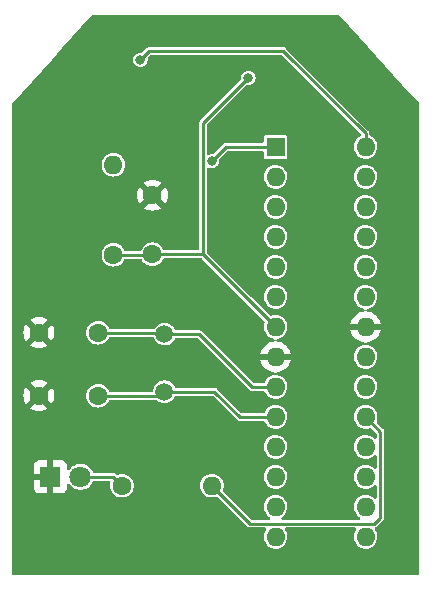
<source format=gbr>
%TF.GenerationSoftware,KiCad,Pcbnew,(6.0.7-1)-1*%
%TF.CreationDate,2022-08-08T07:57:12-05:00*%
%TF.ProjectId,Adafruit NeoPixel 8 Stick,41646166-7275-4697-9420-4e656f506978,rev?*%
%TF.SameCoordinates,Original*%
%TF.FileFunction,Copper,L1,Top*%
%TF.FilePolarity,Positive*%
%FSLAX46Y46*%
G04 Gerber Fmt 4.6, Leading zero omitted, Abs format (unit mm)*
G04 Created by KiCad (PCBNEW (6.0.7-1)-1) date 2022-08-08 07:57:12*
%MOMM*%
%LPD*%
G01*
G04 APERTURE LIST*
%TA.AperFunction,ComponentPad*%
%ADD10C,1.500000*%
%TD*%
%TA.AperFunction,ComponentPad*%
%ADD11C,1.600000*%
%TD*%
%TA.AperFunction,ComponentPad*%
%ADD12R,1.800000X1.800000*%
%TD*%
%TA.AperFunction,ComponentPad*%
%ADD13C,1.800000*%
%TD*%
%TA.AperFunction,ComponentPad*%
%ADD14R,1.600000X1.600000*%
%TD*%
%TA.AperFunction,ComponentPad*%
%ADD15O,1.600000X1.600000*%
%TD*%
%TA.AperFunction,ViaPad*%
%ADD16C,0.800000*%
%TD*%
%TA.AperFunction,Conductor*%
%ADD17C,0.250000*%
%TD*%
G04 APERTURE END LIST*
D10*
%TO.P,Y1,1,1*%
%TO.N,Net-(C2-Pad2)*%
X135382000Y-121830000D03*
%TO.P,Y1,2,2*%
%TO.N,Net-(C3-Pad2)*%
X135382000Y-116950000D03*
%TD*%
D11*
%TO.P,C2,1*%
%TO.N,GND*%
X124754000Y-122174000D03*
%TO.P,C2,2*%
%TO.N,Net-(C2-Pad2)*%
X129754000Y-122174000D03*
%TD*%
D12*
%TO.P,D1,1,K*%
%TO.N,GND*%
X125730000Y-129032000D03*
D13*
%TO.P,D1,2,A*%
%TO.N,Net-(D1-Pad2)*%
X128270000Y-129032000D03*
%TD*%
D14*
%TO.P,U1,1,~{RESET}/PC6*%
%TO.N,Net-(R1-Pad2)*%
X144790000Y-101102000D03*
D15*
%TO.P,U1,2,PD0*%
%TO.N,unconnected-(U1-Pad2)*%
X144790000Y-103642000D03*
%TO.P,U1,3,PD1*%
%TO.N,unconnected-(U1-Pad3)*%
X144790000Y-106182000D03*
%TO.P,U1,4,PD2*%
%TO.N,/LED DATA*%
X144790000Y-108722000D03*
%TO.P,U1,5,PD3*%
%TO.N,unconnected-(U1-Pad5)*%
X144790000Y-111262000D03*
%TO.P,U1,6,PD4*%
%TO.N,unconnected-(U1-Pad6)*%
X144790000Y-113802000D03*
%TO.P,U1,7,VCC*%
%TO.N,+5V*%
X144790000Y-116342000D03*
%TO.P,U1,8,GND*%
%TO.N,GND*%
X144790000Y-118882000D03*
%TO.P,U1,9,XTAL1/PB6*%
%TO.N,Net-(C3-Pad2)*%
X144790000Y-121422000D03*
%TO.P,U1,10,XTAL2/PB7*%
%TO.N,Net-(C2-Pad2)*%
X144790000Y-123962000D03*
%TO.P,U1,11,PD5*%
%TO.N,unconnected-(U1-Pad11)*%
X144790000Y-126502000D03*
%TO.P,U1,12,PD6*%
%TO.N,unconnected-(U1-Pad12)*%
X144790000Y-129042000D03*
%TO.P,U1,13,PD7*%
%TO.N,unconnected-(U1-Pad13)*%
X144790000Y-131582000D03*
%TO.P,U1,14,PB0*%
%TO.N,unconnected-(U1-Pad14)*%
X144790000Y-134122000D03*
%TO.P,U1,15,PB1*%
%TO.N,unconnected-(U1-Pad15)*%
X152410000Y-134122000D03*
%TO.P,U1,16,PB2*%
%TO.N,unconnected-(U1-Pad16)*%
X152410000Y-131582000D03*
%TO.P,U1,17,PB3*%
%TO.N,unconnected-(U1-Pad17)*%
X152410000Y-129042000D03*
%TO.P,U1,18,PB4*%
%TO.N,unconnected-(U1-Pad18)*%
X152410000Y-126502000D03*
%TO.P,U1,19,PB5*%
%TO.N,Net-(R2-Pad2)*%
X152410000Y-123962000D03*
%TO.P,U1,20,AVCC*%
%TO.N,unconnected-(U1-Pad20)*%
X152410000Y-121422000D03*
%TO.P,U1,21,AREF*%
%TO.N,unconnected-(U1-Pad21)*%
X152410000Y-118882000D03*
%TO.P,U1,22,GND*%
%TO.N,GND*%
X152410000Y-116342000D03*
%TO.P,U1,23,PC0*%
%TO.N,unconnected-(U1-Pad23)*%
X152410000Y-113802000D03*
%TO.P,U1,24,PC1*%
%TO.N,unconnected-(U1-Pad24)*%
X152410000Y-111262000D03*
%TO.P,U1,25,PC2*%
%TO.N,unconnected-(U1-Pad25)*%
X152410000Y-108722000D03*
%TO.P,U1,26,PC3*%
%TO.N,unconnected-(U1-Pad26)*%
X152410000Y-106182000D03*
%TO.P,U1,27,PC4*%
%TO.N,/SDA*%
X152410000Y-103642000D03*
%TO.P,U1,28,PC5*%
%TO.N,/SCL*%
X152410000Y-101102000D03*
%TD*%
D11*
%TO.P,C1,1*%
%TO.N,+5V*%
X134366000Y-110196000D03*
%TO.P,C1,2*%
%TO.N,GND*%
X134366000Y-105196000D03*
%TD*%
%TO.P,R2,1*%
%TO.N,Net-(D1-Pad2)*%
X131774000Y-129782000D03*
D15*
%TO.P,R2,2*%
%TO.N,Net-(R2-Pad2)*%
X139394000Y-129782000D03*
%TD*%
D11*
%TO.P,C3,1*%
%TO.N,GND*%
X124754000Y-116840000D03*
%TO.P,C3,2*%
%TO.N,Net-(C3-Pad2)*%
X129754000Y-116840000D03*
%TD*%
%TO.P,R1,1*%
%TO.N,+5V*%
X131064000Y-110236000D03*
D15*
%TO.P,R1,2*%
%TO.N,Net-(R1-Pad2)*%
X131064000Y-102616000D03*
%TD*%
D16*
%TO.N,+5V*%
X142494000Y-95250000D03*
%TO.N,/SCL*%
X133350000Y-93726000D03*
%TO.N,Net-(R1-Pad2)*%
X139398600Y-102314600D03*
%TD*%
D17*
%TO.N,+5V*%
X138644000Y-110196000D02*
X144790000Y-116342000D01*
X134366000Y-110196000D02*
X138644000Y-110196000D01*
X131064000Y-110236000D02*
X134326000Y-110236000D01*
X138644000Y-110196000D02*
X138644000Y-99100000D01*
X138644000Y-99100000D02*
X142494000Y-95250000D01*
%TO.N,/SCL*%
X134078200Y-92997800D02*
X133350000Y-93726000D01*
X152410000Y-99970630D02*
X145437170Y-92997800D01*
X145437170Y-92997800D02*
X134078200Y-92997800D01*
X152410000Y-101102000D02*
X152410000Y-99970630D01*
%TO.N,Net-(C3-Pad2)*%
X129754000Y-116840000D02*
X135272000Y-116840000D01*
X138286000Y-116950000D02*
X142758000Y-121422000D01*
X135382000Y-116950000D02*
X138286000Y-116950000D01*
X142758000Y-121422000D02*
X144790000Y-121422000D01*
%TO.N,Net-(C2-Pad2)*%
X139610000Y-121830000D02*
X141742000Y-123962000D01*
X129754000Y-122174000D02*
X135038000Y-122174000D01*
X141742000Y-123962000D02*
X144790000Y-123962000D01*
X135382000Y-121830000D02*
X139610000Y-121830000D01*
%TO.N,Net-(R1-Pad2)*%
X144790000Y-101102000D02*
X140611200Y-101102000D01*
X140611200Y-101102000D02*
X139398600Y-102314600D01*
%TO.N,Net-(R2-Pad2)*%
X153670000Y-125222000D02*
X152410000Y-123962000D01*
X153163200Y-132993800D02*
X153670000Y-132487000D01*
X142605800Y-132993800D02*
X153163200Y-132993800D01*
X153670000Y-132487000D02*
X153670000Y-125222000D01*
X139394000Y-129782000D02*
X142605800Y-132993800D01*
%TO.N,Net-(D1-Pad2)*%
X131024000Y-129032000D02*
X131774000Y-129782000D01*
X128270000Y-129032000D02*
X131024000Y-129032000D01*
%TD*%
%TA.AperFunction,Conductor*%
%TO.N,GND*%
G36*
X139739764Y-89941501D02*
G01*
X150132471Y-89941501D01*
X150200592Y-89961503D01*
X150226179Y-89983271D01*
X152639509Y-92668154D01*
X155489867Y-95839239D01*
X156914208Y-97423850D01*
X156944871Y-97487883D01*
X156946500Y-97508080D01*
X156946500Y-137262500D01*
X156926498Y-137330621D01*
X156872842Y-137377114D01*
X156820500Y-137388500D01*
X122579500Y-137388500D01*
X122511379Y-137368498D01*
X122464886Y-137314842D01*
X122453500Y-137262500D01*
X122453500Y-129976669D01*
X124322001Y-129976669D01*
X124322371Y-129983490D01*
X124327895Y-130034352D01*
X124331521Y-130049604D01*
X124376676Y-130170054D01*
X124385214Y-130185649D01*
X124461715Y-130287724D01*
X124474276Y-130300285D01*
X124576351Y-130376786D01*
X124591946Y-130385324D01*
X124712394Y-130430478D01*
X124727649Y-130434105D01*
X124778514Y-130439631D01*
X124785328Y-130440000D01*
X125457885Y-130440000D01*
X125473124Y-130435525D01*
X125474329Y-130434135D01*
X125476000Y-130426452D01*
X125476000Y-130421884D01*
X125984000Y-130421884D01*
X125988475Y-130437123D01*
X125989865Y-130438328D01*
X125997548Y-130439999D01*
X126674669Y-130439999D01*
X126681490Y-130439629D01*
X126732352Y-130434105D01*
X126747604Y-130430479D01*
X126868054Y-130385324D01*
X126883649Y-130376786D01*
X126985724Y-130300285D01*
X126998285Y-130287724D01*
X127074786Y-130185649D01*
X127083324Y-130170054D01*
X127128478Y-130049606D01*
X127132105Y-130034351D01*
X127137631Y-129983486D01*
X127138000Y-129976672D01*
X127138000Y-129739338D01*
X127158002Y-129671217D01*
X127211658Y-129624724D01*
X127281932Y-129614620D01*
X127346512Y-129644114D01*
X127366897Y-129666618D01*
X127423809Y-129747147D01*
X127423814Y-129747153D01*
X127427145Y-129751866D01*
X127431281Y-129755895D01*
X127548593Y-129870175D01*
X127572444Y-129893410D01*
X127577240Y-129896615D01*
X127577243Y-129896617D01*
X127697050Y-129976669D01*
X127741104Y-130006105D01*
X127746407Y-130008383D01*
X127746410Y-130008385D01*
X127842354Y-130049606D01*
X127927477Y-130086178D01*
X127999661Y-130102511D01*
X128119684Y-130129670D01*
X128119689Y-130129671D01*
X128125321Y-130130945D01*
X128131092Y-130131172D01*
X128131094Y-130131172D01*
X128191668Y-130133552D01*
X128328011Y-130138909D01*
X128446263Y-130121763D01*
X128523035Y-130110632D01*
X128523039Y-130110631D01*
X128528757Y-130109802D01*
X128534229Y-130107944D01*
X128534231Y-130107944D01*
X128715374Y-130046454D01*
X128715376Y-130046453D01*
X128720838Y-130044599D01*
X128860826Y-129966203D01*
X128892784Y-129948306D01*
X128892785Y-129948305D01*
X128897821Y-129945485D01*
X129053777Y-129815777D01*
X129183485Y-129659821D01*
X129208799Y-129614620D01*
X129235782Y-129566436D01*
X129282599Y-129482838D01*
X129295036Y-129446198D01*
X129335872Y-129388123D01*
X129401625Y-129361344D01*
X129414349Y-129360700D01*
X130682452Y-129360700D01*
X130750573Y-129380702D01*
X130797066Y-129434358D01*
X130807170Y-129504632D01*
X130802554Y-129524798D01*
X130789346Y-129566436D01*
X130787483Y-129572309D01*
X130765542Y-129767918D01*
X130766058Y-129774062D01*
X130773794Y-129866182D01*
X130782013Y-129964064D01*
X130783712Y-129969989D01*
X130832149Y-130138909D01*
X130836268Y-130153274D01*
X130839087Y-130158759D01*
X130923424Y-130322861D01*
X130923427Y-130322866D01*
X130926242Y-130328343D01*
X131048506Y-130482602D01*
X131053200Y-130486597D01*
X131178693Y-130593400D01*
X131198403Y-130610175D01*
X131203781Y-130613181D01*
X131203783Y-130613182D01*
X131269191Y-130649737D01*
X131370226Y-130706203D01*
X131376085Y-130708107D01*
X131376088Y-130708108D01*
X131436201Y-130727640D01*
X131557427Y-130767029D01*
X131563537Y-130767758D01*
X131563539Y-130767758D01*
X131630203Y-130775707D01*
X131752878Y-130790335D01*
X131759013Y-130789863D01*
X131759015Y-130789863D01*
X131942992Y-130775707D01*
X131942996Y-130775706D01*
X131949134Y-130775234D01*
X132138719Y-130722301D01*
X132314411Y-130633552D01*
X132344333Y-130610175D01*
X132464659Y-130516166D01*
X132464660Y-130516165D01*
X132469520Y-130512368D01*
X132598136Y-130363364D01*
X132601180Y-130358006D01*
X132692316Y-130197580D01*
X132692318Y-130197575D01*
X132695362Y-130192217D01*
X132757493Y-130005444D01*
X132771241Y-129896617D01*
X132781721Y-129813664D01*
X132781722Y-129813655D01*
X132782163Y-129810161D01*
X132782556Y-129782000D01*
X132781175Y-129767918D01*
X138385542Y-129767918D01*
X138386058Y-129774062D01*
X138393794Y-129866182D01*
X138402013Y-129964064D01*
X138403712Y-129969989D01*
X138452149Y-130138909D01*
X138456268Y-130153274D01*
X138459087Y-130158759D01*
X138543424Y-130322861D01*
X138543427Y-130322866D01*
X138546242Y-130328343D01*
X138668506Y-130482602D01*
X138673200Y-130486597D01*
X138798693Y-130593400D01*
X138818403Y-130610175D01*
X138823781Y-130613181D01*
X138823783Y-130613182D01*
X138889191Y-130649737D01*
X138990226Y-130706203D01*
X138996085Y-130708107D01*
X138996088Y-130708108D01*
X139056201Y-130727640D01*
X139177427Y-130767029D01*
X139183537Y-130767758D01*
X139183539Y-130767758D01*
X139250203Y-130775707D01*
X139372878Y-130790335D01*
X139379013Y-130789863D01*
X139379015Y-130789863D01*
X139562992Y-130775707D01*
X139562996Y-130775706D01*
X139569134Y-130775234D01*
X139758719Y-130722301D01*
X139762231Y-130720527D01*
X139832207Y-130714608D01*
X139896119Y-130748971D01*
X142359329Y-133212181D01*
X142366756Y-133220285D01*
X142391256Y-133249483D01*
X142424257Y-133268536D01*
X142433514Y-133274433D01*
X142464742Y-133296299D01*
X142475395Y-133299154D01*
X142478692Y-133300691D01*
X142482098Y-133301931D01*
X142491644Y-133307442D01*
X142502499Y-133309356D01*
X142529165Y-133314058D01*
X142539898Y-133316438D01*
X142566056Y-133323447D01*
X142566060Y-133323447D01*
X142576710Y-133326301D01*
X142614680Y-133322979D01*
X142625662Y-133322500D01*
X143880359Y-133322500D01*
X143948480Y-133342502D01*
X143994973Y-133396158D01*
X144005077Y-133466432D01*
X143976881Y-133529491D01*
X143957827Y-133552199D01*
X143863001Y-133724688D01*
X143803483Y-133912309D01*
X143781542Y-134107918D01*
X143798013Y-134304064D01*
X143799712Y-134309989D01*
X143811557Y-134351296D01*
X143852268Y-134493274D01*
X143855087Y-134498759D01*
X143939424Y-134662861D01*
X143939427Y-134662866D01*
X143942242Y-134668343D01*
X144064506Y-134822602D01*
X144214403Y-134950175D01*
X144386226Y-135046203D01*
X144392085Y-135048107D01*
X144392088Y-135048108D01*
X144452201Y-135067640D01*
X144573427Y-135107029D01*
X144579537Y-135107758D01*
X144579539Y-135107758D01*
X144646203Y-135115707D01*
X144768878Y-135130335D01*
X144775013Y-135129863D01*
X144775015Y-135129863D01*
X144958992Y-135115707D01*
X144958996Y-135115706D01*
X144965134Y-135115234D01*
X145154719Y-135062301D01*
X145330411Y-134973552D01*
X145360333Y-134950175D01*
X145480659Y-134856166D01*
X145480660Y-134856165D01*
X145485520Y-134852368D01*
X145614136Y-134703364D01*
X145617180Y-134698006D01*
X145708316Y-134537580D01*
X145708318Y-134537575D01*
X145711362Y-134532217D01*
X145773493Y-134345444D01*
X145779496Y-134297922D01*
X145797721Y-134153664D01*
X145797722Y-134153655D01*
X145798163Y-134150161D01*
X145798556Y-134122000D01*
X145779348Y-133926104D01*
X145777031Y-133918428D01*
X145724237Y-133743569D01*
X145722456Y-133737669D01*
X145630048Y-133563874D01*
X145626154Y-133559099D01*
X145626149Y-133559092D01*
X145600901Y-133528135D01*
X145573347Y-133462704D01*
X145585543Y-133392762D01*
X145633615Y-133340517D01*
X145698544Y-133322500D01*
X151500359Y-133322500D01*
X151568480Y-133342502D01*
X151614973Y-133396158D01*
X151625077Y-133466432D01*
X151596881Y-133529491D01*
X151577827Y-133552199D01*
X151483001Y-133724688D01*
X151423483Y-133912309D01*
X151401542Y-134107918D01*
X151418013Y-134304064D01*
X151419712Y-134309989D01*
X151431557Y-134351296D01*
X151472268Y-134493274D01*
X151475087Y-134498759D01*
X151559424Y-134662861D01*
X151559427Y-134662866D01*
X151562242Y-134668343D01*
X151684506Y-134822602D01*
X151834403Y-134950175D01*
X152006226Y-135046203D01*
X152012085Y-135048107D01*
X152012088Y-135048108D01*
X152072201Y-135067640D01*
X152193427Y-135107029D01*
X152199537Y-135107758D01*
X152199539Y-135107758D01*
X152266203Y-135115707D01*
X152388878Y-135130335D01*
X152395013Y-135129863D01*
X152395015Y-135129863D01*
X152578992Y-135115707D01*
X152578996Y-135115706D01*
X152585134Y-135115234D01*
X152774719Y-135062301D01*
X152950411Y-134973552D01*
X152980333Y-134950175D01*
X153100659Y-134856166D01*
X153100660Y-134856165D01*
X153105520Y-134852368D01*
X153234136Y-134703364D01*
X153237180Y-134698006D01*
X153328316Y-134537580D01*
X153328318Y-134537575D01*
X153331362Y-134532217D01*
X153393493Y-134345444D01*
X153399496Y-134297922D01*
X153417721Y-134153664D01*
X153417722Y-134153655D01*
X153418163Y-134150161D01*
X153418556Y-134122000D01*
X153399348Y-133926104D01*
X153397031Y-133918428D01*
X153344237Y-133743569D01*
X153342456Y-133737669D01*
X153250048Y-133563874D01*
X153246154Y-133559099D01*
X153246149Y-133559092D01*
X153205808Y-133509629D01*
X153178254Y-133444198D01*
X153190450Y-133374256D01*
X153238522Y-133322011D01*
X153260356Y-133311593D01*
X153266503Y-133309356D01*
X153277356Y-133307442D01*
X153286902Y-133301931D01*
X153290308Y-133300691D01*
X153293605Y-133299154D01*
X153304258Y-133296299D01*
X153335486Y-133274433D01*
X153344743Y-133268536D01*
X153368200Y-133254993D01*
X153377744Y-133249483D01*
X153384826Y-133241044D01*
X153384831Y-133241039D01*
X153402245Y-133220285D01*
X153409671Y-133212181D01*
X153888381Y-132733471D01*
X153896485Y-132726044D01*
X153917239Y-132708629D01*
X153925683Y-132701544D01*
X153944736Y-132668544D01*
X153950641Y-132659275D01*
X153966178Y-132637086D01*
X153966179Y-132637085D01*
X153972499Y-132628058D01*
X153975352Y-132617411D01*
X153976886Y-132614121D01*
X153978130Y-132610704D01*
X153983642Y-132601156D01*
X153990260Y-132563623D01*
X153992639Y-132552893D01*
X153999648Y-132526737D01*
X153999648Y-132526732D01*
X154002500Y-132516090D01*
X153999179Y-132478127D01*
X153998700Y-132467146D01*
X153998700Y-125241848D01*
X153999180Y-125230865D01*
X154001540Y-125203893D01*
X154002501Y-125192910D01*
X153999647Y-125182260D01*
X153999647Y-125182256D01*
X153992638Y-125156098D01*
X153990258Y-125145365D01*
X153985556Y-125118699D01*
X153983642Y-125107844D01*
X153978131Y-125098298D01*
X153976891Y-125094892D01*
X153975354Y-125091595D01*
X153972499Y-125080942D01*
X153950633Y-125049714D01*
X153944736Y-125040457D01*
X153931193Y-125017000D01*
X153925683Y-125007456D01*
X153917244Y-125000374D01*
X153917239Y-125000369D01*
X153896485Y-124982955D01*
X153888381Y-124975529D01*
X153374833Y-124461981D01*
X153340807Y-124399669D01*
X153344370Y-124333114D01*
X153365736Y-124268886D01*
X153393493Y-124185444D01*
X153399496Y-124137922D01*
X153417721Y-123993664D01*
X153417722Y-123993655D01*
X153418163Y-123990161D01*
X153418556Y-123962000D01*
X153399348Y-123766104D01*
X153397031Y-123758428D01*
X153353213Y-123613298D01*
X153342456Y-123577669D01*
X153250048Y-123403874D01*
X153171799Y-123307931D01*
X153129537Y-123256112D01*
X153129534Y-123256109D01*
X153125642Y-123251337D01*
X153120893Y-123247408D01*
X152978727Y-123129798D01*
X152978723Y-123129796D01*
X152973977Y-123125869D01*
X152800831Y-123032249D01*
X152690777Y-122998182D01*
X152618685Y-122975866D01*
X152618682Y-122975865D01*
X152612798Y-122974044D01*
X152606673Y-122973400D01*
X152606672Y-122973400D01*
X152423169Y-122954113D01*
X152423168Y-122954113D01*
X152417041Y-122953469D01*
X152344275Y-122960091D01*
X152227153Y-122970749D01*
X152227149Y-122970750D01*
X152221015Y-122971308D01*
X152032188Y-123026883D01*
X151857752Y-123118076D01*
X151704350Y-123241414D01*
X151577827Y-123392199D01*
X151483001Y-123564688D01*
X151423483Y-123752309D01*
X151401542Y-123947918D01*
X151418013Y-124144064D01*
X151419712Y-124149989D01*
X151465796Y-124310702D01*
X151472268Y-124333274D01*
X151475087Y-124338759D01*
X151559424Y-124502861D01*
X151559427Y-124502866D01*
X151562242Y-124508343D01*
X151684506Y-124662602D01*
X151834403Y-124790175D01*
X152006226Y-124886203D01*
X152012085Y-124888107D01*
X152012088Y-124888108D01*
X152072201Y-124907640D01*
X152193427Y-124947029D01*
X152199537Y-124947758D01*
X152199539Y-124947758D01*
X152266203Y-124955707D01*
X152388878Y-124970335D01*
X152395013Y-124969863D01*
X152395015Y-124969863D01*
X152578992Y-124955707D01*
X152578996Y-124955706D01*
X152585134Y-124955234D01*
X152774719Y-124902301D01*
X152778231Y-124900527D01*
X152848207Y-124894608D01*
X152912119Y-124928971D01*
X153304395Y-125321247D01*
X153338421Y-125383559D01*
X153341300Y-125410342D01*
X153341300Y-125703660D01*
X153321298Y-125771781D01*
X153267642Y-125818274D01*
X153197368Y-125828378D01*
X153132788Y-125798884D01*
X153128627Y-125794997D01*
X153125642Y-125791337D01*
X153120893Y-125787408D01*
X152978727Y-125669798D01*
X152978723Y-125669796D01*
X152973977Y-125665869D01*
X152800831Y-125572249D01*
X152706814Y-125543146D01*
X152618685Y-125515866D01*
X152618682Y-125515865D01*
X152612798Y-125514044D01*
X152606673Y-125513400D01*
X152606672Y-125513400D01*
X152423169Y-125494113D01*
X152423168Y-125494113D01*
X152417041Y-125493469D01*
X152344275Y-125500091D01*
X152227153Y-125510749D01*
X152227149Y-125510750D01*
X152221015Y-125511308D01*
X152032188Y-125566883D01*
X151857752Y-125658076D01*
X151704350Y-125781414D01*
X151577827Y-125932199D01*
X151483001Y-126104688D01*
X151423483Y-126292309D01*
X151401542Y-126487918D01*
X151418013Y-126684064D01*
X151419712Y-126689989D01*
X151431557Y-126731296D01*
X151472268Y-126873274D01*
X151475087Y-126878759D01*
X151559424Y-127042861D01*
X151559427Y-127042866D01*
X151562242Y-127048343D01*
X151684506Y-127202602D01*
X151689200Y-127206597D01*
X151699457Y-127215326D01*
X151834403Y-127330175D01*
X152006226Y-127426203D01*
X152012085Y-127428107D01*
X152012088Y-127428108D01*
X152072201Y-127447640D01*
X152193427Y-127487029D01*
X152199537Y-127487758D01*
X152199539Y-127487758D01*
X152266203Y-127495707D01*
X152388878Y-127510335D01*
X152395013Y-127509863D01*
X152395015Y-127509863D01*
X152578992Y-127495707D01*
X152578996Y-127495706D01*
X152585134Y-127495234D01*
X152774719Y-127442301D01*
X152950411Y-127353552D01*
X152980333Y-127330175D01*
X153100659Y-127236166D01*
X153100660Y-127236165D01*
X153105520Y-127232368D01*
X153119919Y-127215687D01*
X153179572Y-127177190D01*
X153250569Y-127177056D01*
X153310368Y-127215326D01*
X153339983Y-127279851D01*
X153341300Y-127298019D01*
X153341300Y-128243660D01*
X153321298Y-128311781D01*
X153267642Y-128358274D01*
X153197368Y-128368378D01*
X153132788Y-128338884D01*
X153128627Y-128334997D01*
X153125642Y-128331337D01*
X153120893Y-128327408D01*
X152978727Y-128209798D01*
X152978723Y-128209796D01*
X152973977Y-128205869D01*
X152800831Y-128112249D01*
X152698297Y-128080510D01*
X152618685Y-128055866D01*
X152618682Y-128055865D01*
X152612798Y-128054044D01*
X152606673Y-128053400D01*
X152606672Y-128053400D01*
X152423169Y-128034113D01*
X152423168Y-128034113D01*
X152417041Y-128033469D01*
X152344275Y-128040091D01*
X152227153Y-128050749D01*
X152227149Y-128050750D01*
X152221015Y-128051308D01*
X152032188Y-128106883D01*
X151857752Y-128198076D01*
X151704350Y-128321414D01*
X151577827Y-128472199D01*
X151483001Y-128644688D01*
X151423483Y-128832309D01*
X151401542Y-129027918D01*
X151402058Y-129034062D01*
X151417017Y-129212199D01*
X151418013Y-129224064D01*
X151419712Y-129229989D01*
X151469036Y-129402001D01*
X151472268Y-129413274D01*
X151475087Y-129418759D01*
X151559424Y-129582861D01*
X151559427Y-129582866D01*
X151562242Y-129588343D01*
X151684506Y-129742602D01*
X151689200Y-129746597D01*
X151734917Y-129785505D01*
X151834403Y-129870175D01*
X151839781Y-129873181D01*
X151839783Y-129873182D01*
X151946590Y-129932874D01*
X152006226Y-129966203D01*
X152012085Y-129968107D01*
X152012088Y-129968108D01*
X152072201Y-129987640D01*
X152193427Y-130027029D01*
X152199537Y-130027758D01*
X152199539Y-130027758D01*
X152266203Y-130035707D01*
X152388878Y-130050335D01*
X152395013Y-130049863D01*
X152395015Y-130049863D01*
X152578992Y-130035707D01*
X152578996Y-130035706D01*
X152585134Y-130035234D01*
X152774719Y-129982301D01*
X152950411Y-129893552D01*
X152980333Y-129870175D01*
X153100659Y-129776166D01*
X153100660Y-129776165D01*
X153105520Y-129772368D01*
X153119919Y-129755687D01*
X153179572Y-129717190D01*
X153250569Y-129717056D01*
X153310368Y-129755326D01*
X153339983Y-129819851D01*
X153341300Y-129838019D01*
X153341300Y-130783660D01*
X153321298Y-130851781D01*
X153267642Y-130898274D01*
X153197368Y-130908378D01*
X153132788Y-130878884D01*
X153128627Y-130874997D01*
X153125642Y-130871337D01*
X153120893Y-130867408D01*
X152978727Y-130749798D01*
X152978723Y-130749796D01*
X152973977Y-130745869D01*
X152800831Y-130652249D01*
X152664910Y-130610175D01*
X152618685Y-130595866D01*
X152618682Y-130595865D01*
X152612798Y-130594044D01*
X152606673Y-130593400D01*
X152606672Y-130593400D01*
X152423169Y-130574113D01*
X152423168Y-130574113D01*
X152417041Y-130573469D01*
X152344275Y-130580091D01*
X152227153Y-130590749D01*
X152227149Y-130590750D01*
X152221015Y-130591308D01*
X152032188Y-130646883D01*
X151857752Y-130738076D01*
X151704350Y-130861414D01*
X151577827Y-131012199D01*
X151483001Y-131184688D01*
X151423483Y-131372309D01*
X151401542Y-131567918D01*
X151418013Y-131764064D01*
X151419712Y-131769989D01*
X151431557Y-131811296D01*
X151472268Y-131953274D01*
X151475087Y-131958759D01*
X151559424Y-132122861D01*
X151559427Y-132122866D01*
X151562242Y-132128343D01*
X151684506Y-132282602D01*
X151834403Y-132410175D01*
X151839781Y-132413181D01*
X151839783Y-132413182D01*
X151868287Y-132429112D01*
X151917993Y-132479805D01*
X151932401Y-132549324D01*
X151906938Y-132615597D01*
X151849686Y-132657583D01*
X151806817Y-132665100D01*
X145398122Y-132665100D01*
X145330001Y-132645098D01*
X145283508Y-132591442D01*
X145273404Y-132521168D01*
X145302898Y-132456588D01*
X145328537Y-132434499D01*
X145330411Y-132433552D01*
X145485520Y-132312368D01*
X145614136Y-132163364D01*
X145617180Y-132158006D01*
X145708316Y-131997580D01*
X145708318Y-131997575D01*
X145711362Y-131992217D01*
X145773493Y-131805444D01*
X145779496Y-131757922D01*
X145797721Y-131613664D01*
X145797722Y-131613655D01*
X145798163Y-131610161D01*
X145798556Y-131582000D01*
X145779348Y-131386104D01*
X145777031Y-131378428D01*
X145724237Y-131203569D01*
X145722456Y-131197669D01*
X145630048Y-131023874D01*
X145535852Y-130908378D01*
X145509537Y-130876112D01*
X145509534Y-130876109D01*
X145505642Y-130871337D01*
X145500893Y-130867408D01*
X145358727Y-130749798D01*
X145358723Y-130749796D01*
X145353977Y-130745869D01*
X145180831Y-130652249D01*
X145044910Y-130610175D01*
X144998685Y-130595866D01*
X144998682Y-130595865D01*
X144992798Y-130594044D01*
X144986673Y-130593400D01*
X144986672Y-130593400D01*
X144803169Y-130574113D01*
X144803168Y-130574113D01*
X144797041Y-130573469D01*
X144724275Y-130580091D01*
X144607153Y-130590749D01*
X144607149Y-130590750D01*
X144601015Y-130591308D01*
X144412188Y-130646883D01*
X144237752Y-130738076D01*
X144084350Y-130861414D01*
X143957827Y-131012199D01*
X143863001Y-131184688D01*
X143803483Y-131372309D01*
X143781542Y-131567918D01*
X143798013Y-131764064D01*
X143799712Y-131769989D01*
X143811557Y-131811296D01*
X143852268Y-131953274D01*
X143855087Y-131958759D01*
X143939424Y-132122861D01*
X143939427Y-132122866D01*
X143942242Y-132128343D01*
X144064506Y-132282602D01*
X144214403Y-132410175D01*
X144219781Y-132413181D01*
X144219783Y-132413182D01*
X144248287Y-132429112D01*
X144297993Y-132479805D01*
X144312401Y-132549324D01*
X144286938Y-132615597D01*
X144229686Y-132657583D01*
X144186817Y-132665100D01*
X142794142Y-132665100D01*
X142726021Y-132645098D01*
X142705047Y-132628195D01*
X140358833Y-130281981D01*
X140324807Y-130219669D01*
X140328370Y-130153114D01*
X140364468Y-130044599D01*
X140377493Y-130005444D01*
X140391241Y-129896617D01*
X140401721Y-129813664D01*
X140401722Y-129813655D01*
X140402163Y-129810161D01*
X140402556Y-129782000D01*
X140383348Y-129586104D01*
X140381031Y-129578428D01*
X140352170Y-129482838D01*
X140326456Y-129397669D01*
X140234048Y-129223874D01*
X140164182Y-129138210D01*
X140113537Y-129076112D01*
X140113534Y-129076109D01*
X140109642Y-129071337D01*
X140103961Y-129066637D01*
X140057158Y-129027918D01*
X143781542Y-129027918D01*
X143782058Y-129034062D01*
X143797017Y-129212199D01*
X143798013Y-129224064D01*
X143799712Y-129229989D01*
X143849036Y-129402001D01*
X143852268Y-129413274D01*
X143855087Y-129418759D01*
X143939424Y-129582861D01*
X143939427Y-129582866D01*
X143942242Y-129588343D01*
X144064506Y-129742602D01*
X144069200Y-129746597D01*
X144114917Y-129785505D01*
X144214403Y-129870175D01*
X144219781Y-129873181D01*
X144219783Y-129873182D01*
X144326590Y-129932874D01*
X144386226Y-129966203D01*
X144392085Y-129968107D01*
X144392088Y-129968108D01*
X144452201Y-129987640D01*
X144573427Y-130027029D01*
X144579537Y-130027758D01*
X144579539Y-130027758D01*
X144646203Y-130035707D01*
X144768878Y-130050335D01*
X144775013Y-130049863D01*
X144775015Y-130049863D01*
X144958992Y-130035707D01*
X144958996Y-130035706D01*
X144965134Y-130035234D01*
X145154719Y-129982301D01*
X145330411Y-129893552D01*
X145360333Y-129870175D01*
X145480659Y-129776166D01*
X145480660Y-129776165D01*
X145485520Y-129772368D01*
X145614136Y-129623364D01*
X145617180Y-129618006D01*
X145708316Y-129457580D01*
X145708318Y-129457575D01*
X145711362Y-129452217D01*
X145773493Y-129265444D01*
X145781079Y-129205396D01*
X145797721Y-129073664D01*
X145797722Y-129073655D01*
X145798163Y-129070161D01*
X145798556Y-129042000D01*
X145779348Y-128846104D01*
X145777031Y-128838428D01*
X145740201Y-128716444D01*
X145722456Y-128657669D01*
X145630048Y-128483874D01*
X145535852Y-128368378D01*
X145509537Y-128336112D01*
X145509534Y-128336109D01*
X145505642Y-128331337D01*
X145500893Y-128327408D01*
X145358727Y-128209798D01*
X145358723Y-128209796D01*
X145353977Y-128205869D01*
X145180831Y-128112249D01*
X145078297Y-128080510D01*
X144998685Y-128055866D01*
X144998682Y-128055865D01*
X144992798Y-128054044D01*
X144986673Y-128053400D01*
X144986672Y-128053400D01*
X144803169Y-128034113D01*
X144803168Y-128034113D01*
X144797041Y-128033469D01*
X144724275Y-128040091D01*
X144607153Y-128050749D01*
X144607149Y-128050750D01*
X144601015Y-128051308D01*
X144412188Y-128106883D01*
X144237752Y-128198076D01*
X144084350Y-128321414D01*
X143957827Y-128472199D01*
X143863001Y-128644688D01*
X143803483Y-128832309D01*
X143781542Y-129027918D01*
X140057158Y-129027918D01*
X139962727Y-128949798D01*
X139962723Y-128949796D01*
X139957977Y-128945869D01*
X139784831Y-128852249D01*
X139660036Y-128813619D01*
X139602685Y-128795866D01*
X139602682Y-128795865D01*
X139596798Y-128794044D01*
X139590673Y-128793400D01*
X139590672Y-128793400D01*
X139407169Y-128774113D01*
X139407168Y-128774113D01*
X139401041Y-128773469D01*
X139351252Y-128778000D01*
X139211153Y-128790749D01*
X139211149Y-128790750D01*
X139205015Y-128791308D01*
X139016188Y-128846883D01*
X138841752Y-128938076D01*
X138688350Y-129061414D01*
X138561827Y-129212199D01*
X138467001Y-129384688D01*
X138407483Y-129572309D01*
X138385542Y-129767918D01*
X132781175Y-129767918D01*
X132763348Y-129586104D01*
X132761031Y-129578428D01*
X132732170Y-129482838D01*
X132706456Y-129397669D01*
X132614048Y-129223874D01*
X132544182Y-129138210D01*
X132493537Y-129076112D01*
X132493534Y-129076109D01*
X132489642Y-129071337D01*
X132483961Y-129066637D01*
X132342727Y-128949798D01*
X132342723Y-128949796D01*
X132337977Y-128945869D01*
X132164831Y-128852249D01*
X132040036Y-128813619D01*
X131982685Y-128795866D01*
X131982682Y-128795865D01*
X131976798Y-128794044D01*
X131970673Y-128793400D01*
X131970672Y-128793400D01*
X131787169Y-128774113D01*
X131787168Y-128774113D01*
X131781041Y-128773469D01*
X131731252Y-128778000D01*
X131591153Y-128790749D01*
X131591149Y-128790750D01*
X131585015Y-128791308D01*
X131579107Y-128793047D01*
X131579106Y-128793047D01*
X131396526Y-128846783D01*
X131325529Y-128846828D01*
X131271856Y-128815004D01*
X131270471Y-128813619D01*
X131263044Y-128805515D01*
X131245630Y-128784762D01*
X131245631Y-128784762D01*
X131238544Y-128776317D01*
X131205539Y-128757262D01*
X131196286Y-128751367D01*
X131165058Y-128729501D01*
X131154405Y-128726646D01*
X131151108Y-128725109D01*
X131147702Y-128723869D01*
X131138156Y-128718358D01*
X131100636Y-128711742D01*
X131089902Y-128709362D01*
X131063744Y-128702353D01*
X131063740Y-128702353D01*
X131053090Y-128699499D01*
X131015120Y-128702821D01*
X131004138Y-128703300D01*
X129416952Y-128703300D01*
X129348831Y-128683298D01*
X129303946Y-128633029D01*
X129217644Y-128458027D01*
X129215090Y-128452848D01*
X129116944Y-128321414D01*
X129097176Y-128294941D01*
X129097175Y-128294940D01*
X129093723Y-128290317D01*
X128944768Y-128152625D01*
X128773216Y-128044383D01*
X128767856Y-128042245D01*
X128767851Y-128042242D01*
X128590175Y-127971357D01*
X128584811Y-127969217D01*
X128579154Y-127968092D01*
X128579148Y-127968090D01*
X128391529Y-127930771D01*
X128391527Y-127930771D01*
X128385862Y-127929644D01*
X128380087Y-127929568D01*
X128380083Y-127929568D01*
X128278824Y-127928243D01*
X128183034Y-127926989D01*
X128177337Y-127927968D01*
X128177336Y-127927968D01*
X127988808Y-127960363D01*
X127988805Y-127960364D01*
X127983118Y-127961341D01*
X127792809Y-128031549D01*
X127708814Y-128081521D01*
X127623450Y-128132307D01*
X127623447Y-128132309D01*
X127618482Y-128135263D01*
X127614142Y-128139069D01*
X127614138Y-128139072D01*
X127494880Y-128243660D01*
X127465975Y-128269009D01*
X127462400Y-128273544D01*
X127462399Y-128273545D01*
X127362949Y-128399696D01*
X127305067Y-128440809D01*
X127234147Y-128444103D01*
X127172705Y-128408531D01*
X127140248Y-128345388D01*
X127137999Y-128321690D01*
X127137999Y-128087331D01*
X127137629Y-128080510D01*
X127132105Y-128029648D01*
X127128479Y-128014396D01*
X127083324Y-127893946D01*
X127074786Y-127878351D01*
X126998285Y-127776276D01*
X126985724Y-127763715D01*
X126883649Y-127687214D01*
X126868054Y-127678676D01*
X126747606Y-127633522D01*
X126732351Y-127629895D01*
X126681486Y-127624369D01*
X126674672Y-127624000D01*
X126002115Y-127624000D01*
X125986876Y-127628475D01*
X125985671Y-127629865D01*
X125984000Y-127637548D01*
X125984000Y-130421884D01*
X125476000Y-130421884D01*
X125476000Y-129304115D01*
X125471525Y-129288876D01*
X125470135Y-129287671D01*
X125462452Y-129286000D01*
X124340116Y-129286000D01*
X124324877Y-129290475D01*
X124323672Y-129291865D01*
X124322001Y-129299548D01*
X124322001Y-129976669D01*
X122453500Y-129976669D01*
X122453500Y-128759885D01*
X124322000Y-128759885D01*
X124326475Y-128775124D01*
X124327865Y-128776329D01*
X124335548Y-128778000D01*
X125457885Y-128778000D01*
X125473124Y-128773525D01*
X125474329Y-128772135D01*
X125476000Y-128764452D01*
X125476000Y-127642116D01*
X125471525Y-127626877D01*
X125470135Y-127625672D01*
X125462452Y-127624001D01*
X124785331Y-127624001D01*
X124778510Y-127624371D01*
X124727648Y-127629895D01*
X124712396Y-127633521D01*
X124591946Y-127678676D01*
X124576351Y-127687214D01*
X124474276Y-127763715D01*
X124461715Y-127776276D01*
X124385214Y-127878351D01*
X124376676Y-127893946D01*
X124331522Y-128014394D01*
X124327895Y-128029649D01*
X124322369Y-128080514D01*
X124322000Y-128087328D01*
X124322000Y-128759885D01*
X122453500Y-128759885D01*
X122453500Y-126487918D01*
X143781542Y-126487918D01*
X143798013Y-126684064D01*
X143799712Y-126689989D01*
X143811557Y-126731296D01*
X143852268Y-126873274D01*
X143855087Y-126878759D01*
X143939424Y-127042861D01*
X143939427Y-127042866D01*
X143942242Y-127048343D01*
X144064506Y-127202602D01*
X144069200Y-127206597D01*
X144079457Y-127215326D01*
X144214403Y-127330175D01*
X144386226Y-127426203D01*
X144392085Y-127428107D01*
X144392088Y-127428108D01*
X144452201Y-127447640D01*
X144573427Y-127487029D01*
X144579537Y-127487758D01*
X144579539Y-127487758D01*
X144646203Y-127495707D01*
X144768878Y-127510335D01*
X144775013Y-127509863D01*
X144775015Y-127509863D01*
X144958992Y-127495707D01*
X144958996Y-127495706D01*
X144965134Y-127495234D01*
X145154719Y-127442301D01*
X145330411Y-127353552D01*
X145360333Y-127330175D01*
X145480659Y-127236166D01*
X145480660Y-127236165D01*
X145485520Y-127232368D01*
X145614136Y-127083364D01*
X145617180Y-127078006D01*
X145708316Y-126917580D01*
X145708318Y-126917575D01*
X145711362Y-126912217D01*
X145773493Y-126725444D01*
X145779496Y-126677922D01*
X145797721Y-126533664D01*
X145797722Y-126533655D01*
X145798163Y-126530161D01*
X145798556Y-126502000D01*
X145779348Y-126306104D01*
X145777031Y-126298428D01*
X145724237Y-126123569D01*
X145722456Y-126117669D01*
X145630048Y-125943874D01*
X145535852Y-125828378D01*
X145509537Y-125796112D01*
X145509534Y-125796109D01*
X145505642Y-125791337D01*
X145500893Y-125787408D01*
X145358727Y-125669798D01*
X145358723Y-125669796D01*
X145353977Y-125665869D01*
X145180831Y-125572249D01*
X145086814Y-125543146D01*
X144998685Y-125515866D01*
X144998682Y-125515865D01*
X144992798Y-125514044D01*
X144986673Y-125513400D01*
X144986672Y-125513400D01*
X144803169Y-125494113D01*
X144803168Y-125494113D01*
X144797041Y-125493469D01*
X144724275Y-125500091D01*
X144607153Y-125510749D01*
X144607149Y-125510750D01*
X144601015Y-125511308D01*
X144412188Y-125566883D01*
X144237752Y-125658076D01*
X144084350Y-125781414D01*
X143957827Y-125932199D01*
X143863001Y-126104688D01*
X143803483Y-126292309D01*
X143781542Y-126487918D01*
X122453500Y-126487918D01*
X122453500Y-123260062D01*
X124032493Y-123260062D01*
X124041789Y-123272077D01*
X124092994Y-123307931D01*
X124102489Y-123313414D01*
X124299947Y-123405490D01*
X124310239Y-123409236D01*
X124520688Y-123465625D01*
X124531481Y-123467528D01*
X124748525Y-123486517D01*
X124759475Y-123486517D01*
X124976519Y-123467528D01*
X124987312Y-123465625D01*
X125197761Y-123409236D01*
X125208053Y-123405490D01*
X125405511Y-123313414D01*
X125415006Y-123307931D01*
X125467048Y-123271491D01*
X125475424Y-123261012D01*
X125468356Y-123247566D01*
X124766812Y-122546022D01*
X124752868Y-122538408D01*
X124751035Y-122538539D01*
X124744420Y-122542790D01*
X124038923Y-123248287D01*
X124032493Y-123260062D01*
X122453500Y-123260062D01*
X122453500Y-122179475D01*
X123441483Y-122179475D01*
X123460472Y-122396519D01*
X123462375Y-122407312D01*
X123518764Y-122617761D01*
X123522510Y-122628053D01*
X123614586Y-122825511D01*
X123620069Y-122835006D01*
X123656509Y-122887048D01*
X123666988Y-122895424D01*
X123680434Y-122888356D01*
X124381978Y-122186812D01*
X124388356Y-122175132D01*
X125118408Y-122175132D01*
X125118539Y-122176965D01*
X125122790Y-122183580D01*
X125828287Y-122889077D01*
X125840062Y-122895507D01*
X125852077Y-122886211D01*
X125887931Y-122835006D01*
X125893414Y-122825511D01*
X125985490Y-122628053D01*
X125989236Y-122617761D01*
X126045625Y-122407312D01*
X126047528Y-122396519D01*
X126066517Y-122179475D01*
X126066517Y-122168525D01*
X126065764Y-122159918D01*
X128745542Y-122159918D01*
X128762013Y-122356064D01*
X128763712Y-122361989D01*
X128814337Y-122538539D01*
X128816268Y-122545274D01*
X128819087Y-122550759D01*
X128903424Y-122714861D01*
X128903427Y-122714866D01*
X128906242Y-122720343D01*
X129028506Y-122874602D01*
X129033200Y-122878597D01*
X129144593Y-122973400D01*
X129178403Y-123002175D01*
X129183781Y-123005181D01*
X129183783Y-123005182D01*
X129228954Y-123030427D01*
X129350226Y-123098203D01*
X129356085Y-123100107D01*
X129356088Y-123100108D01*
X129411388Y-123118076D01*
X129537427Y-123159029D01*
X129543537Y-123159758D01*
X129543539Y-123159758D01*
X129610203Y-123167707D01*
X129732878Y-123182335D01*
X129739013Y-123181863D01*
X129739015Y-123181863D01*
X129922992Y-123167707D01*
X129922996Y-123167706D01*
X129929134Y-123167234D01*
X130118719Y-123114301D01*
X130294411Y-123025552D01*
X130324333Y-123002175D01*
X130444659Y-122908166D01*
X130444660Y-122908165D01*
X130449520Y-122904368D01*
X130578136Y-122755364D01*
X130581180Y-122750006D01*
X130672317Y-122589578D01*
X130672319Y-122589574D01*
X130675362Y-122584217D01*
X130677307Y-122578369D01*
X130677717Y-122577449D01*
X130723698Y-122523354D01*
X130792823Y-122502700D01*
X134654510Y-122502700D01*
X134722631Y-122522702D01*
X134736172Y-122532746D01*
X134835077Y-122616920D01*
X134840455Y-122619926D01*
X134840457Y-122619927D01*
X134916708Y-122662542D01*
X134998340Y-122708164D01*
X135176216Y-122765960D01*
X135361931Y-122788105D01*
X135368066Y-122787633D01*
X135368068Y-122787633D01*
X135542268Y-122774229D01*
X135542272Y-122774228D01*
X135548410Y-122773756D01*
X135728550Y-122723460D01*
X135895491Y-122639132D01*
X135920073Y-122619927D01*
X136038012Y-122527783D01*
X136038013Y-122527782D01*
X136042873Y-122523985D01*
X136165082Y-122382404D01*
X136176680Y-122361989D01*
X136255941Y-122222463D01*
X136306980Y-122173113D01*
X136365497Y-122158700D01*
X139421658Y-122158700D01*
X139489779Y-122178702D01*
X139510753Y-122195605D01*
X141495529Y-124180381D01*
X141502956Y-124188485D01*
X141527456Y-124217683D01*
X141537001Y-124223194D01*
X141560456Y-124236736D01*
X141569724Y-124242640D01*
X141600942Y-124264499D01*
X141611589Y-124267352D01*
X141614879Y-124268886D01*
X141618296Y-124270130D01*
X141627844Y-124275642D01*
X141665377Y-124282260D01*
X141676107Y-124284639D01*
X141702263Y-124291648D01*
X141702268Y-124291648D01*
X141712910Y-124294500D01*
X141723885Y-124293540D01*
X141723887Y-124293540D01*
X141750873Y-124291179D01*
X141761854Y-124290700D01*
X143753477Y-124290700D01*
X143821598Y-124310702D01*
X143865543Y-124359105D01*
X143918415Y-124461981D01*
X143942242Y-124508343D01*
X144064506Y-124662602D01*
X144214403Y-124790175D01*
X144386226Y-124886203D01*
X144392085Y-124888107D01*
X144392088Y-124888108D01*
X144452201Y-124907640D01*
X144573427Y-124947029D01*
X144579537Y-124947758D01*
X144579539Y-124947758D01*
X144646203Y-124955707D01*
X144768878Y-124970335D01*
X144775013Y-124969863D01*
X144775015Y-124969863D01*
X144958992Y-124955707D01*
X144958996Y-124955706D01*
X144965134Y-124955234D01*
X145154719Y-124902301D01*
X145330411Y-124813552D01*
X145360333Y-124790175D01*
X145480659Y-124696166D01*
X145480660Y-124696165D01*
X145485520Y-124692368D01*
X145614136Y-124543364D01*
X145617180Y-124538006D01*
X145708316Y-124377580D01*
X145708318Y-124377575D01*
X145711362Y-124372217D01*
X145773493Y-124185444D01*
X145779496Y-124137922D01*
X145797721Y-123993664D01*
X145797722Y-123993655D01*
X145798163Y-123990161D01*
X145798556Y-123962000D01*
X145779348Y-123766104D01*
X145777031Y-123758428D01*
X145733213Y-123613298D01*
X145722456Y-123577669D01*
X145630048Y-123403874D01*
X145551799Y-123307931D01*
X145509537Y-123256112D01*
X145509534Y-123256109D01*
X145505642Y-123251337D01*
X145500893Y-123247408D01*
X145358727Y-123129798D01*
X145358723Y-123129796D01*
X145353977Y-123125869D01*
X145180831Y-123032249D01*
X145070777Y-122998182D01*
X144998685Y-122975866D01*
X144998682Y-122975865D01*
X144992798Y-122974044D01*
X144986673Y-122973400D01*
X144986672Y-122973400D01*
X144803169Y-122954113D01*
X144803168Y-122954113D01*
X144797041Y-122953469D01*
X144724275Y-122960091D01*
X144607153Y-122970749D01*
X144607149Y-122970750D01*
X144601015Y-122971308D01*
X144412188Y-123026883D01*
X144237752Y-123118076D01*
X144084350Y-123241414D01*
X143957827Y-123392199D01*
X143863001Y-123564688D01*
X143861331Y-123563770D01*
X143821756Y-123611670D01*
X143751166Y-123633300D01*
X141930342Y-123633300D01*
X141862221Y-123613298D01*
X141841247Y-123596395D01*
X139856471Y-121611619D01*
X139849044Y-121603515D01*
X139831630Y-121582762D01*
X139831631Y-121582762D01*
X139824544Y-121574317D01*
X139791539Y-121555262D01*
X139782286Y-121549367D01*
X139751058Y-121527501D01*
X139740405Y-121524646D01*
X139737108Y-121523109D01*
X139733702Y-121521869D01*
X139724156Y-121516358D01*
X139686636Y-121509742D01*
X139675902Y-121507362D01*
X139649744Y-121500353D01*
X139649740Y-121500353D01*
X139639090Y-121497499D01*
X139601120Y-121500821D01*
X139590138Y-121501300D01*
X136363114Y-121501300D01*
X136294993Y-121481298D01*
X136251862Y-121434453D01*
X136247105Y-121425505D01*
X136180201Y-121299677D01*
X136133509Y-121242427D01*
X136065887Y-121159513D01*
X136065884Y-121159510D01*
X136061992Y-121154738D01*
X136056300Y-121150029D01*
X135922633Y-121039450D01*
X135922630Y-121039448D01*
X135917883Y-121035521D01*
X135753362Y-120946565D01*
X135574696Y-120891258D01*
X135568575Y-120890615D01*
X135568572Y-120890614D01*
X135394818Y-120872352D01*
X135394817Y-120872352D01*
X135388690Y-120871708D01*
X135292390Y-120880472D01*
X135208571Y-120888100D01*
X135208570Y-120888100D01*
X135202430Y-120888659D01*
X135196516Y-120890400D01*
X135196514Y-120890400D01*
X135193599Y-120891258D01*
X135023009Y-120941466D01*
X134857262Y-121028116D01*
X134711502Y-121145310D01*
X134591281Y-121288584D01*
X134501179Y-121452480D01*
X134499318Y-121458347D01*
X134499317Y-121458349D01*
X134478774Y-121523109D01*
X134444626Y-121630755D01*
X134433619Y-121728891D01*
X134433119Y-121733345D01*
X134405648Y-121798811D01*
X134347145Y-121839034D01*
X134307904Y-121845300D01*
X130791744Y-121845300D01*
X130723623Y-121825298D01*
X130680492Y-121778453D01*
X130665991Y-121751179D01*
X130594048Y-121615874D01*
X130500213Y-121500821D01*
X130473537Y-121468112D01*
X130473534Y-121468109D01*
X130469642Y-121463337D01*
X130464893Y-121459408D01*
X130322727Y-121341798D01*
X130322723Y-121341796D01*
X130317977Y-121337869D01*
X130144831Y-121244249D01*
X130022688Y-121206440D01*
X129962685Y-121187866D01*
X129962682Y-121187865D01*
X129956798Y-121186044D01*
X129950673Y-121185400D01*
X129950672Y-121185400D01*
X129767169Y-121166113D01*
X129767168Y-121166113D01*
X129761041Y-121165469D01*
X129688275Y-121172091D01*
X129571153Y-121182749D01*
X129571149Y-121182750D01*
X129565015Y-121183308D01*
X129376188Y-121238883D01*
X129201752Y-121330076D01*
X129048350Y-121453414D01*
X128921827Y-121604199D01*
X128827001Y-121776688D01*
X128825140Y-121782555D01*
X128825139Y-121782557D01*
X128807223Y-121839034D01*
X128767483Y-121964309D01*
X128745542Y-122159918D01*
X126065764Y-122159918D01*
X126047528Y-121951481D01*
X126045625Y-121940688D01*
X125989236Y-121730239D01*
X125985490Y-121719947D01*
X125893414Y-121522489D01*
X125887931Y-121512994D01*
X125851491Y-121460952D01*
X125841012Y-121452576D01*
X125827566Y-121459644D01*
X125126022Y-122161188D01*
X125118408Y-122175132D01*
X124388356Y-122175132D01*
X124389592Y-122172868D01*
X124389461Y-122171035D01*
X124385210Y-122164420D01*
X123679713Y-121458923D01*
X123667938Y-121452493D01*
X123655923Y-121461789D01*
X123620069Y-121512994D01*
X123614586Y-121522489D01*
X123522510Y-121719947D01*
X123518764Y-121730239D01*
X123462375Y-121940688D01*
X123460472Y-121951481D01*
X123441483Y-122168525D01*
X123441483Y-122179475D01*
X122453500Y-122179475D01*
X122453500Y-121086988D01*
X124032576Y-121086988D01*
X124039644Y-121100434D01*
X124741188Y-121801978D01*
X124755132Y-121809592D01*
X124756965Y-121809461D01*
X124763580Y-121805210D01*
X125469077Y-121099713D01*
X125475507Y-121087938D01*
X125466211Y-121075923D01*
X125415006Y-121040069D01*
X125405511Y-121034586D01*
X125208053Y-120942510D01*
X125197761Y-120938764D01*
X124987312Y-120882375D01*
X124976519Y-120880472D01*
X124759475Y-120861483D01*
X124748525Y-120861483D01*
X124531481Y-120880472D01*
X124520688Y-120882375D01*
X124310239Y-120938764D01*
X124299947Y-120942510D01*
X124102489Y-121034586D01*
X124092994Y-121040069D01*
X124040952Y-121076509D01*
X124032576Y-121086988D01*
X122453500Y-121086988D01*
X122453500Y-117926062D01*
X124032493Y-117926062D01*
X124041789Y-117938077D01*
X124092994Y-117973931D01*
X124102489Y-117979414D01*
X124299947Y-118071490D01*
X124310239Y-118075236D01*
X124520688Y-118131625D01*
X124531481Y-118133528D01*
X124748525Y-118152517D01*
X124759475Y-118152517D01*
X124976519Y-118133528D01*
X124987312Y-118131625D01*
X125197761Y-118075236D01*
X125208053Y-118071490D01*
X125405511Y-117979414D01*
X125415006Y-117973931D01*
X125467048Y-117937491D01*
X125475424Y-117927012D01*
X125468356Y-117913566D01*
X124766812Y-117212022D01*
X124752868Y-117204408D01*
X124751035Y-117204539D01*
X124744420Y-117208790D01*
X124038923Y-117914287D01*
X124032493Y-117926062D01*
X122453500Y-117926062D01*
X122453500Y-116845475D01*
X123441483Y-116845475D01*
X123460472Y-117062519D01*
X123462375Y-117073312D01*
X123518764Y-117283761D01*
X123522510Y-117294053D01*
X123614586Y-117491511D01*
X123620069Y-117501006D01*
X123656509Y-117553048D01*
X123666988Y-117561424D01*
X123680434Y-117554356D01*
X124381978Y-116852812D01*
X124388356Y-116841132D01*
X125118408Y-116841132D01*
X125118539Y-116842965D01*
X125122790Y-116849580D01*
X125828287Y-117555077D01*
X125840062Y-117561507D01*
X125852077Y-117552211D01*
X125887931Y-117501006D01*
X125893414Y-117491511D01*
X125985490Y-117294053D01*
X125989236Y-117283761D01*
X126045625Y-117073312D01*
X126047528Y-117062519D01*
X126066517Y-116845475D01*
X126066517Y-116834525D01*
X126065764Y-116825918D01*
X128745542Y-116825918D01*
X128762013Y-117022064D01*
X128763712Y-117027989D01*
X128814337Y-117204539D01*
X128816268Y-117211274D01*
X128819087Y-117216759D01*
X128903424Y-117380861D01*
X128903427Y-117380866D01*
X128906242Y-117386343D01*
X129028506Y-117540602D01*
X129033200Y-117544597D01*
X129154443Y-117647783D01*
X129178403Y-117668175D01*
X129350226Y-117764203D01*
X129356085Y-117766107D01*
X129356088Y-117766108D01*
X129416201Y-117785640D01*
X129537427Y-117825029D01*
X129543537Y-117825758D01*
X129543539Y-117825758D01*
X129610203Y-117833707D01*
X129732878Y-117848335D01*
X129739013Y-117847863D01*
X129739015Y-117847863D01*
X129922992Y-117833707D01*
X129922996Y-117833706D01*
X129929134Y-117833234D01*
X130118719Y-117780301D01*
X130294411Y-117691552D01*
X130317694Y-117673362D01*
X130444659Y-117574166D01*
X130444660Y-117574165D01*
X130449520Y-117570368D01*
X130578136Y-117421364D01*
X130581180Y-117416006D01*
X130672317Y-117255578D01*
X130672319Y-117255574D01*
X130675362Y-117250217D01*
X130677307Y-117244369D01*
X130677717Y-117243449D01*
X130723698Y-117189354D01*
X130792823Y-117168700D01*
X134357587Y-117168700D01*
X134425708Y-117188702D01*
X134472201Y-117242358D01*
X134478706Y-117259970D01*
X134484077Y-117278700D01*
X134490981Y-117302779D01*
X134576472Y-117469127D01*
X134692646Y-117615702D01*
X134697339Y-117619696D01*
X134697340Y-117619697D01*
X134818383Y-117722712D01*
X134835077Y-117736920D01*
X134840455Y-117739926D01*
X134840457Y-117739927D01*
X134887303Y-117766108D01*
X134998340Y-117828164D01*
X135176216Y-117885960D01*
X135361931Y-117908105D01*
X135368066Y-117907633D01*
X135368068Y-117907633D01*
X135542268Y-117894229D01*
X135542272Y-117894228D01*
X135548410Y-117893756D01*
X135728550Y-117843460D01*
X135895491Y-117759132D01*
X135920073Y-117739927D01*
X136038012Y-117647783D01*
X136038013Y-117647782D01*
X136042873Y-117643985D01*
X136165082Y-117502404D01*
X136205828Y-117430679D01*
X136255941Y-117342463D01*
X136306980Y-117293113D01*
X136365497Y-117278700D01*
X138097658Y-117278700D01*
X138165779Y-117298702D01*
X138186753Y-117315605D01*
X142511529Y-121640381D01*
X142518956Y-121648485D01*
X142543456Y-121677683D01*
X142576457Y-121696736D01*
X142585714Y-121702633D01*
X142616942Y-121724499D01*
X142627595Y-121727354D01*
X142630892Y-121728891D01*
X142634298Y-121730131D01*
X142643844Y-121735642D01*
X142654699Y-121737556D01*
X142681365Y-121742258D01*
X142692098Y-121744638D01*
X142718256Y-121751647D01*
X142718260Y-121751647D01*
X142728910Y-121754501D01*
X142766880Y-121751179D01*
X142777862Y-121750700D01*
X143753477Y-121750700D01*
X143821598Y-121770702D01*
X143865543Y-121819105D01*
X143939424Y-121962860D01*
X143942242Y-121968343D01*
X144064506Y-122122602D01*
X144069200Y-122126597D01*
X144181842Y-122222463D01*
X144214403Y-122250175D01*
X144386226Y-122346203D01*
X144392085Y-122348107D01*
X144392088Y-122348108D01*
X144452201Y-122367640D01*
X144573427Y-122407029D01*
X144579537Y-122407758D01*
X144579539Y-122407758D01*
X144646203Y-122415707D01*
X144768878Y-122430335D01*
X144775013Y-122429863D01*
X144775015Y-122429863D01*
X144958992Y-122415707D01*
X144958996Y-122415706D01*
X144965134Y-122415234D01*
X145154719Y-122362301D01*
X145330411Y-122273552D01*
X145360333Y-122250175D01*
X145480659Y-122156166D01*
X145480660Y-122156165D01*
X145485520Y-122152368D01*
X145614136Y-122003364D01*
X145617180Y-121998006D01*
X145708316Y-121837580D01*
X145708318Y-121837575D01*
X145711362Y-121832217D01*
X145773493Y-121645444D01*
X145781412Y-121582762D01*
X145797721Y-121453664D01*
X145797722Y-121453655D01*
X145798163Y-121450161D01*
X145798556Y-121422000D01*
X145797175Y-121407918D01*
X151401542Y-121407918D01*
X151402058Y-121414062D01*
X151411265Y-121523700D01*
X151418013Y-121604064D01*
X151419712Y-121609989D01*
X151465796Y-121770702D01*
X151472268Y-121793274D01*
X151475087Y-121798759D01*
X151559424Y-121962861D01*
X151559427Y-121962866D01*
X151562242Y-121968343D01*
X151684506Y-122122602D01*
X151689200Y-122126597D01*
X151801842Y-122222463D01*
X151834403Y-122250175D01*
X152006226Y-122346203D01*
X152012085Y-122348107D01*
X152012088Y-122348108D01*
X152072201Y-122367640D01*
X152193427Y-122407029D01*
X152199537Y-122407758D01*
X152199539Y-122407758D01*
X152266203Y-122415707D01*
X152388878Y-122430335D01*
X152395013Y-122429863D01*
X152395015Y-122429863D01*
X152578992Y-122415707D01*
X152578996Y-122415706D01*
X152585134Y-122415234D01*
X152774719Y-122362301D01*
X152950411Y-122273552D01*
X152980333Y-122250175D01*
X153100659Y-122156166D01*
X153100660Y-122156165D01*
X153105520Y-122152368D01*
X153234136Y-122003364D01*
X153237180Y-121998006D01*
X153328316Y-121837580D01*
X153328318Y-121837575D01*
X153331362Y-121832217D01*
X153393493Y-121645444D01*
X153401412Y-121582762D01*
X153417721Y-121453664D01*
X153417722Y-121453655D01*
X153418163Y-121450161D01*
X153418556Y-121422000D01*
X153399348Y-121226104D01*
X153397031Y-121218428D01*
X153357346Y-121086988D01*
X153342456Y-121037669D01*
X153250048Y-120863874D01*
X153180182Y-120778210D01*
X153129537Y-120716112D01*
X153129534Y-120716109D01*
X153125642Y-120711337D01*
X153120893Y-120707408D01*
X152978727Y-120589798D01*
X152978723Y-120589796D01*
X152973977Y-120585869D01*
X152800831Y-120492249D01*
X152706814Y-120463146D01*
X152618685Y-120435866D01*
X152618682Y-120435865D01*
X152612798Y-120434044D01*
X152606673Y-120433400D01*
X152606672Y-120433400D01*
X152423169Y-120414113D01*
X152423168Y-120414113D01*
X152417041Y-120413469D01*
X152344275Y-120420091D01*
X152227153Y-120430749D01*
X152227149Y-120430750D01*
X152221015Y-120431308D01*
X152032188Y-120486883D01*
X151857752Y-120578076D01*
X151704350Y-120701414D01*
X151577827Y-120852199D01*
X151483001Y-121024688D01*
X151481140Y-121030555D01*
X151481139Y-121030557D01*
X151453242Y-121118498D01*
X151423483Y-121212309D01*
X151401542Y-121407918D01*
X145797175Y-121407918D01*
X145779348Y-121226104D01*
X145777031Y-121218428D01*
X145737346Y-121086988D01*
X145722456Y-121037669D01*
X145630048Y-120863874D01*
X145560182Y-120778210D01*
X145509537Y-120716112D01*
X145509534Y-120716109D01*
X145505642Y-120711337D01*
X145500893Y-120707408D01*
X145358727Y-120589798D01*
X145358723Y-120589796D01*
X145353977Y-120585869D01*
X145180831Y-120492249D01*
X145086814Y-120463146D01*
X144998685Y-120435866D01*
X144998682Y-120435865D01*
X144992798Y-120434044D01*
X144986673Y-120433400D01*
X144986672Y-120433400D01*
X144960860Y-120430687D01*
X144895204Y-120403673D01*
X144854575Y-120345451D01*
X144851872Y-120274506D01*
X144887955Y-120213362D01*
X144951366Y-120181432D01*
X144963051Y-120179856D01*
X145012520Y-120175528D01*
X145023312Y-120173625D01*
X145233761Y-120117236D01*
X145244053Y-120113490D01*
X145441511Y-120021414D01*
X145451007Y-120015931D01*
X145629467Y-119890972D01*
X145637875Y-119883916D01*
X145791916Y-119729875D01*
X145798972Y-119721467D01*
X145923931Y-119543007D01*
X145929414Y-119533511D01*
X146021490Y-119336053D01*
X146025236Y-119325761D01*
X146071394Y-119153497D01*
X146071058Y-119139401D01*
X146063116Y-119136000D01*
X143522033Y-119136000D01*
X143508502Y-119139973D01*
X143507273Y-119148522D01*
X143554764Y-119325761D01*
X143558510Y-119336053D01*
X143650586Y-119533511D01*
X143656069Y-119543007D01*
X143781028Y-119721467D01*
X143788084Y-119729875D01*
X143942125Y-119883916D01*
X143950533Y-119890972D01*
X144128993Y-120015931D01*
X144138489Y-120021414D01*
X144335947Y-120113490D01*
X144346239Y-120117236D01*
X144556688Y-120173625D01*
X144567481Y-120175528D01*
X144611121Y-120179346D01*
X144677240Y-120205209D01*
X144718880Y-120262712D01*
X144722821Y-120333599D01*
X144687813Y-120395364D01*
X144624969Y-120428397D01*
X144611567Y-120430348D01*
X144601015Y-120431308D01*
X144412188Y-120486883D01*
X144237752Y-120578076D01*
X144084350Y-120701414D01*
X143957827Y-120852199D01*
X143863001Y-121024688D01*
X143861331Y-121023770D01*
X143821756Y-121071670D01*
X143751166Y-121093300D01*
X142946342Y-121093300D01*
X142878221Y-121073298D01*
X142857247Y-121056395D01*
X138532471Y-116731619D01*
X138525044Y-116723515D01*
X138507630Y-116702762D01*
X138507631Y-116702762D01*
X138500544Y-116694317D01*
X138467539Y-116675262D01*
X138458286Y-116669367D01*
X138427058Y-116647501D01*
X138416405Y-116644646D01*
X138413108Y-116643109D01*
X138409702Y-116641869D01*
X138400156Y-116636358D01*
X138379123Y-116632649D01*
X138362635Y-116629742D01*
X138351902Y-116627362D01*
X138325744Y-116620353D01*
X138325740Y-116620353D01*
X138315090Y-116617499D01*
X138277120Y-116620821D01*
X138266138Y-116621300D01*
X136363114Y-116621300D01*
X136294993Y-116601298D01*
X136251862Y-116554453D01*
X136238855Y-116529989D01*
X136180201Y-116419677D01*
X136167302Y-116403861D01*
X136065887Y-116279513D01*
X136065884Y-116279510D01*
X136061992Y-116274738D01*
X136057243Y-116270809D01*
X135922633Y-116159450D01*
X135922630Y-116159448D01*
X135917883Y-116155521D01*
X135753362Y-116066565D01*
X135574696Y-116011258D01*
X135568575Y-116010615D01*
X135568572Y-116010614D01*
X135394818Y-115992352D01*
X135394817Y-115992352D01*
X135388690Y-115991708D01*
X135272320Y-116002298D01*
X135208571Y-116008100D01*
X135208570Y-116008100D01*
X135202430Y-116008659D01*
X135196516Y-116010400D01*
X135196514Y-116010400D01*
X135193599Y-116011258D01*
X135023009Y-116061466D01*
X134857262Y-116148116D01*
X134711502Y-116265310D01*
X134591281Y-116408584D01*
X134572533Y-116442688D01*
X134570712Y-116446000D01*
X134520368Y-116496059D01*
X134460297Y-116511300D01*
X130791744Y-116511300D01*
X130723623Y-116491298D01*
X130680492Y-116444453D01*
X130670212Y-116425118D01*
X130594048Y-116281874D01*
X130494202Y-116159450D01*
X130473537Y-116134112D01*
X130473534Y-116134109D01*
X130469642Y-116129337D01*
X130464893Y-116125408D01*
X130322727Y-116007798D01*
X130322723Y-116007796D01*
X130317977Y-116003869D01*
X130144831Y-115910249D01*
X130050815Y-115881147D01*
X129962685Y-115853866D01*
X129962682Y-115853865D01*
X129956798Y-115852044D01*
X129950673Y-115851400D01*
X129950672Y-115851400D01*
X129767169Y-115832113D01*
X129767168Y-115832113D01*
X129761041Y-115831469D01*
X129688275Y-115838091D01*
X129571153Y-115848749D01*
X129571149Y-115848750D01*
X129565015Y-115849308D01*
X129376188Y-115904883D01*
X129201752Y-115996076D01*
X129048350Y-116119414D01*
X128921827Y-116270199D01*
X128827001Y-116442688D01*
X128825140Y-116448555D01*
X128825139Y-116448557D01*
X128799307Y-116529989D01*
X128767483Y-116630309D01*
X128745542Y-116825918D01*
X126065764Y-116825918D01*
X126047528Y-116617481D01*
X126045625Y-116606688D01*
X125989236Y-116396239D01*
X125985490Y-116385947D01*
X125893414Y-116188489D01*
X125887931Y-116178994D01*
X125851491Y-116126952D01*
X125841012Y-116118576D01*
X125827566Y-116125644D01*
X125126022Y-116827188D01*
X125118408Y-116841132D01*
X124388356Y-116841132D01*
X124389592Y-116838868D01*
X124389461Y-116837035D01*
X124385210Y-116830420D01*
X123679713Y-116124923D01*
X123667938Y-116118493D01*
X123655923Y-116127789D01*
X123620069Y-116178994D01*
X123614586Y-116188489D01*
X123522510Y-116385947D01*
X123518764Y-116396239D01*
X123462375Y-116606688D01*
X123460472Y-116617481D01*
X123441483Y-116834525D01*
X123441483Y-116845475D01*
X122453500Y-116845475D01*
X122453500Y-115752988D01*
X124032576Y-115752988D01*
X124039644Y-115766434D01*
X124741188Y-116467978D01*
X124755132Y-116475592D01*
X124756965Y-116475461D01*
X124763580Y-116471210D01*
X125469077Y-115765713D01*
X125475507Y-115753938D01*
X125466211Y-115741923D01*
X125415006Y-115706069D01*
X125405511Y-115700586D01*
X125208053Y-115608510D01*
X125197761Y-115604764D01*
X124987312Y-115548375D01*
X124976519Y-115546472D01*
X124759475Y-115527483D01*
X124748525Y-115527483D01*
X124531481Y-115546472D01*
X124520688Y-115548375D01*
X124310239Y-115604764D01*
X124299947Y-115608510D01*
X124102489Y-115700586D01*
X124092994Y-115706069D01*
X124040952Y-115742509D01*
X124032576Y-115752988D01*
X122453500Y-115752988D01*
X122453500Y-110221918D01*
X130055542Y-110221918D01*
X130072013Y-110418064D01*
X130073712Y-110423989D01*
X130119983Y-110585354D01*
X130126268Y-110607274D01*
X130129087Y-110612759D01*
X130213424Y-110776861D01*
X130213427Y-110776866D01*
X130216242Y-110782343D01*
X130338506Y-110936602D01*
X130343200Y-110940597D01*
X130474461Y-111052309D01*
X130488403Y-111064175D01*
X130660226Y-111160203D01*
X130666085Y-111162107D01*
X130666088Y-111162108D01*
X130718464Y-111179126D01*
X130847427Y-111221029D01*
X130853537Y-111221758D01*
X130853539Y-111221758D01*
X130920203Y-111229707D01*
X131042878Y-111244335D01*
X131049013Y-111243863D01*
X131049015Y-111243863D01*
X131232992Y-111229707D01*
X131232996Y-111229706D01*
X131239134Y-111229234D01*
X131428719Y-111176301D01*
X131604411Y-111087552D01*
X131631864Y-111066104D01*
X131754659Y-110970166D01*
X131754660Y-110970165D01*
X131759520Y-110966368D01*
X131888136Y-110817364D01*
X131891180Y-110812006D01*
X131982317Y-110651578D01*
X131982319Y-110651574D01*
X131985362Y-110646217D01*
X131987307Y-110640369D01*
X131987717Y-110639449D01*
X132033698Y-110585354D01*
X132102823Y-110564700D01*
X133350035Y-110564700D01*
X133418156Y-110584702D01*
X133462101Y-110633105D01*
X133515424Y-110736861D01*
X133515427Y-110736866D01*
X133518242Y-110742343D01*
X133640506Y-110896602D01*
X133645200Y-110900597D01*
X133687506Y-110936602D01*
X133790403Y-111024175D01*
X133795781Y-111027181D01*
X133795783Y-111027182D01*
X133867355Y-111067182D01*
X133962226Y-111120203D01*
X133968085Y-111122107D01*
X133968088Y-111122108D01*
X134028201Y-111141640D01*
X134149427Y-111181029D01*
X134155537Y-111181758D01*
X134155539Y-111181758D01*
X134222203Y-111189707D01*
X134344878Y-111204335D01*
X134351013Y-111203863D01*
X134351015Y-111203863D01*
X134534992Y-111189707D01*
X134534996Y-111189706D01*
X134541134Y-111189234D01*
X134730719Y-111136301D01*
X134906411Y-111047552D01*
X134936333Y-111024175D01*
X135056659Y-110930166D01*
X135056660Y-110930165D01*
X135061520Y-110926368D01*
X135190136Y-110777364D01*
X135193180Y-110772006D01*
X135284317Y-110611578D01*
X135284319Y-110611574D01*
X135287362Y-110606217D01*
X135289307Y-110600369D01*
X135289717Y-110599449D01*
X135335698Y-110545354D01*
X135404823Y-110524700D01*
X138455658Y-110524700D01*
X138523779Y-110544702D01*
X138544753Y-110561605D01*
X143824444Y-115841296D01*
X143858470Y-115903608D01*
X143855451Y-115968488D01*
X143803483Y-116132309D01*
X143781542Y-116327918D01*
X143782058Y-116334062D01*
X143795262Y-116491298D01*
X143798013Y-116524064D01*
X143799712Y-116529989D01*
X143849254Y-116702762D01*
X143852268Y-116713274D01*
X143855087Y-116718759D01*
X143939424Y-116882861D01*
X143939427Y-116882866D01*
X143942242Y-116888343D01*
X144064506Y-117042602D01*
X144214403Y-117170175D01*
X144219781Y-117173181D01*
X144219783Y-117173182D01*
X144277336Y-117205347D01*
X144386226Y-117266203D01*
X144392085Y-117268107D01*
X144392088Y-117268108D01*
X144452201Y-117287640D01*
X144573427Y-117327029D01*
X144579535Y-117327757D01*
X144579538Y-117327758D01*
X144624857Y-117333162D01*
X144690130Y-117361090D01*
X144729942Y-117419874D01*
X144731654Y-117490850D01*
X144694721Y-117551484D01*
X144630870Y-117582525D01*
X144620917Y-117583797D01*
X144567481Y-117588472D01*
X144556688Y-117590375D01*
X144346239Y-117646764D01*
X144335947Y-117650510D01*
X144138489Y-117742586D01*
X144128993Y-117748069D01*
X143950533Y-117873028D01*
X143942125Y-117880084D01*
X143788084Y-118034125D01*
X143781028Y-118042533D01*
X143656069Y-118220993D01*
X143650586Y-118230489D01*
X143558510Y-118427947D01*
X143554764Y-118438239D01*
X143508606Y-118610503D01*
X143508942Y-118624599D01*
X143516884Y-118628000D01*
X146057967Y-118628000D01*
X146071498Y-118624027D01*
X146072727Y-118615478D01*
X146025236Y-118438239D01*
X146021490Y-118427947D01*
X145929414Y-118230489D01*
X145923931Y-118220993D01*
X145798972Y-118042533D01*
X145791916Y-118034125D01*
X145637875Y-117880084D01*
X145629467Y-117873028D01*
X145451007Y-117748069D01*
X145441511Y-117742586D01*
X145244053Y-117650510D01*
X145233761Y-117646764D01*
X145023312Y-117590375D01*
X145012519Y-117588472D01*
X144972057Y-117584932D01*
X144905938Y-117559069D01*
X144864298Y-117501566D01*
X144860357Y-117430679D01*
X144895365Y-117368914D01*
X144960656Y-117335579D01*
X144965134Y-117335234D01*
X144971062Y-117333579D01*
X144971067Y-117333578D01*
X145102592Y-117296855D01*
X145154719Y-117282301D01*
X145330411Y-117193552D01*
X145335785Y-117189354D01*
X145480659Y-117076166D01*
X145480660Y-117076165D01*
X145485520Y-117072368D01*
X145614136Y-116923364D01*
X145617180Y-116918006D01*
X145708316Y-116757580D01*
X145708318Y-116757575D01*
X145711362Y-116752217D01*
X145759163Y-116608522D01*
X151127273Y-116608522D01*
X151174764Y-116785761D01*
X151178510Y-116796053D01*
X151270586Y-116993511D01*
X151276069Y-117003007D01*
X151401028Y-117181467D01*
X151408084Y-117189875D01*
X151562125Y-117343916D01*
X151570533Y-117350972D01*
X151748993Y-117475931D01*
X151758489Y-117481414D01*
X151955947Y-117573490D01*
X151966239Y-117577236D01*
X152176688Y-117633625D01*
X152187481Y-117635528D01*
X152231121Y-117639346D01*
X152297240Y-117665209D01*
X152338880Y-117722712D01*
X152342821Y-117793599D01*
X152307813Y-117855364D01*
X152244969Y-117888397D01*
X152231567Y-117890348D01*
X152221015Y-117891308D01*
X152032188Y-117946883D01*
X151857752Y-118038076D01*
X151852952Y-118041936D01*
X151852951Y-118041936D01*
X151851705Y-118042938D01*
X151704350Y-118161414D01*
X151577827Y-118312199D01*
X151483001Y-118484688D01*
X151423483Y-118672309D01*
X151401542Y-118867918D01*
X151418013Y-119064064D01*
X151419712Y-119069989D01*
X151439780Y-119139973D01*
X151472268Y-119253274D01*
X151475087Y-119258759D01*
X151559424Y-119422861D01*
X151559427Y-119422866D01*
X151562242Y-119428343D01*
X151684506Y-119582602D01*
X151834403Y-119710175D01*
X151839781Y-119713181D01*
X151839783Y-119713182D01*
X151869439Y-119729756D01*
X152006226Y-119806203D01*
X152012085Y-119808107D01*
X152012088Y-119808108D01*
X152072201Y-119827640D01*
X152193427Y-119867029D01*
X152199537Y-119867758D01*
X152199539Y-119867758D01*
X152266203Y-119875707D01*
X152388878Y-119890335D01*
X152395013Y-119889863D01*
X152395015Y-119889863D01*
X152578992Y-119875707D01*
X152578996Y-119875706D01*
X152585134Y-119875234D01*
X152774719Y-119822301D01*
X152950411Y-119733552D01*
X152980333Y-119710175D01*
X153100659Y-119616166D01*
X153100660Y-119616165D01*
X153105520Y-119612368D01*
X153234136Y-119463364D01*
X153237180Y-119458006D01*
X153328316Y-119297580D01*
X153328318Y-119297575D01*
X153331362Y-119292217D01*
X153393493Y-119105444D01*
X153399496Y-119057922D01*
X153417721Y-118913664D01*
X153417722Y-118913655D01*
X153418163Y-118910161D01*
X153418556Y-118882000D01*
X153399348Y-118686104D01*
X153397031Y-118678428D01*
X153344237Y-118503569D01*
X153342456Y-118497669D01*
X153250048Y-118323874D01*
X153173885Y-118230489D01*
X153129537Y-118176112D01*
X153129534Y-118176109D01*
X153125642Y-118171337D01*
X153120893Y-118167408D01*
X152978727Y-118049798D01*
X152978723Y-118049796D01*
X152973977Y-118045869D01*
X152800831Y-117952249D01*
X152678194Y-117914287D01*
X152618685Y-117895866D01*
X152618682Y-117895865D01*
X152612798Y-117894044D01*
X152606673Y-117893400D01*
X152606672Y-117893400D01*
X152580860Y-117890687D01*
X152515204Y-117863673D01*
X152474575Y-117805451D01*
X152471872Y-117734506D01*
X152507955Y-117673362D01*
X152571366Y-117641432D01*
X152583051Y-117639856D01*
X152632520Y-117635528D01*
X152643312Y-117633625D01*
X152853761Y-117577236D01*
X152864053Y-117573490D01*
X153061511Y-117481414D01*
X153071007Y-117475931D01*
X153249467Y-117350972D01*
X153257875Y-117343916D01*
X153411916Y-117189875D01*
X153418972Y-117181467D01*
X153543931Y-117003007D01*
X153549414Y-116993511D01*
X153641490Y-116796053D01*
X153645236Y-116785761D01*
X153691394Y-116613497D01*
X153691058Y-116599401D01*
X153683116Y-116596000D01*
X151142033Y-116596000D01*
X151128502Y-116599973D01*
X151127273Y-116608522D01*
X145759163Y-116608522D01*
X145773493Y-116565444D01*
X145787361Y-116455669D01*
X145797721Y-116373664D01*
X145797722Y-116373655D01*
X145798163Y-116370161D01*
X145798556Y-116342000D01*
X145779348Y-116146104D01*
X145777031Y-116138428D01*
X145756523Y-116070503D01*
X151128606Y-116070503D01*
X151128942Y-116084599D01*
X151136884Y-116088000D01*
X153677967Y-116088000D01*
X153691498Y-116084027D01*
X153692727Y-116075478D01*
X153645236Y-115898239D01*
X153641490Y-115887947D01*
X153549414Y-115690489D01*
X153543931Y-115680993D01*
X153418972Y-115502533D01*
X153411916Y-115494125D01*
X153257875Y-115340084D01*
X153249467Y-115333028D01*
X153071007Y-115208069D01*
X153061511Y-115202586D01*
X152864053Y-115110510D01*
X152853761Y-115106764D01*
X152643312Y-115050375D01*
X152632519Y-115048472D01*
X152592057Y-115044932D01*
X152525938Y-115019069D01*
X152484298Y-114961566D01*
X152480357Y-114890679D01*
X152515365Y-114828914D01*
X152580656Y-114795579D01*
X152585134Y-114795234D01*
X152591062Y-114793579D01*
X152591067Y-114793578D01*
X152696338Y-114764185D01*
X152774719Y-114742301D01*
X152950411Y-114653552D01*
X152980333Y-114630175D01*
X153100659Y-114536166D01*
X153100660Y-114536165D01*
X153105520Y-114532368D01*
X153234136Y-114383364D01*
X153237180Y-114378006D01*
X153328316Y-114217580D01*
X153328318Y-114217575D01*
X153331362Y-114212217D01*
X153393493Y-114025444D01*
X153399496Y-113977922D01*
X153417721Y-113833664D01*
X153417722Y-113833655D01*
X153418163Y-113830161D01*
X153418556Y-113802000D01*
X153399348Y-113606104D01*
X153397031Y-113598428D01*
X153344237Y-113423569D01*
X153342456Y-113417669D01*
X153250048Y-113243874D01*
X153180182Y-113158210D01*
X153129537Y-113096112D01*
X153129534Y-113096109D01*
X153125642Y-113091337D01*
X153120893Y-113087408D01*
X152978727Y-112969798D01*
X152978723Y-112969796D01*
X152973977Y-112965869D01*
X152800831Y-112872249D01*
X152706814Y-112843146D01*
X152618685Y-112815866D01*
X152618682Y-112815865D01*
X152612798Y-112814044D01*
X152606673Y-112813400D01*
X152606672Y-112813400D01*
X152423169Y-112794113D01*
X152423168Y-112794113D01*
X152417041Y-112793469D01*
X152344275Y-112800091D01*
X152227153Y-112810749D01*
X152227149Y-112810750D01*
X152221015Y-112811308D01*
X152032188Y-112866883D01*
X151857752Y-112958076D01*
X151704350Y-113081414D01*
X151577827Y-113232199D01*
X151483001Y-113404688D01*
X151423483Y-113592309D01*
X151401542Y-113787918D01*
X151418013Y-113984064D01*
X151419712Y-113989989D01*
X151431557Y-114031296D01*
X151472268Y-114173274D01*
X151475087Y-114178759D01*
X151559424Y-114342861D01*
X151559427Y-114342866D01*
X151562242Y-114348343D01*
X151684506Y-114502602D01*
X151834403Y-114630175D01*
X152006226Y-114726203D01*
X152012085Y-114728107D01*
X152012088Y-114728108D01*
X152072201Y-114747640D01*
X152193427Y-114787029D01*
X152199535Y-114787757D01*
X152199538Y-114787758D01*
X152244857Y-114793162D01*
X152310130Y-114821090D01*
X152349942Y-114879874D01*
X152351654Y-114950850D01*
X152314721Y-115011484D01*
X152250870Y-115042525D01*
X152240917Y-115043797D01*
X152187481Y-115048472D01*
X152176688Y-115050375D01*
X151966239Y-115106764D01*
X151955947Y-115110510D01*
X151758489Y-115202586D01*
X151748993Y-115208069D01*
X151570533Y-115333028D01*
X151562125Y-115340084D01*
X151408084Y-115494125D01*
X151401028Y-115502533D01*
X151276069Y-115680993D01*
X151270586Y-115690489D01*
X151178510Y-115887947D01*
X151174764Y-115898239D01*
X151128606Y-116070503D01*
X145756523Y-116070503D01*
X145739185Y-116013079D01*
X145722456Y-115957669D01*
X145630048Y-115783874D01*
X145553885Y-115690489D01*
X145509537Y-115636112D01*
X145509534Y-115636109D01*
X145505642Y-115631337D01*
X145473521Y-115604764D01*
X145358727Y-115509798D01*
X145358723Y-115509796D01*
X145353977Y-115505869D01*
X145180831Y-115412249D01*
X145060510Y-115375004D01*
X144998685Y-115355866D01*
X144998682Y-115355865D01*
X144992798Y-115354044D01*
X144986673Y-115353400D01*
X144986672Y-115353400D01*
X144803169Y-115334113D01*
X144803168Y-115334113D01*
X144797041Y-115333469D01*
X144724351Y-115340084D01*
X144607153Y-115350749D01*
X144607149Y-115350750D01*
X144601015Y-115351308D01*
X144595107Y-115353047D01*
X144595106Y-115353047D01*
X144412526Y-115406783D01*
X144341529Y-115406828D01*
X144287856Y-115375004D01*
X142700770Y-113787918D01*
X143781542Y-113787918D01*
X143798013Y-113984064D01*
X143799712Y-113989989D01*
X143811557Y-114031296D01*
X143852268Y-114173274D01*
X143855087Y-114178759D01*
X143939424Y-114342861D01*
X143939427Y-114342866D01*
X143942242Y-114348343D01*
X144064506Y-114502602D01*
X144214403Y-114630175D01*
X144386226Y-114726203D01*
X144392085Y-114728107D01*
X144392088Y-114728108D01*
X144452201Y-114747640D01*
X144573427Y-114787029D01*
X144579537Y-114787758D01*
X144579539Y-114787758D01*
X144643016Y-114795327D01*
X144768878Y-114810335D01*
X144775013Y-114809863D01*
X144775015Y-114809863D01*
X144958992Y-114795707D01*
X144958996Y-114795706D01*
X144965134Y-114795234D01*
X145154719Y-114742301D01*
X145330411Y-114653552D01*
X145360333Y-114630175D01*
X145480659Y-114536166D01*
X145480660Y-114536165D01*
X145485520Y-114532368D01*
X145614136Y-114383364D01*
X145617180Y-114378006D01*
X145708316Y-114217580D01*
X145708318Y-114217575D01*
X145711362Y-114212217D01*
X145773493Y-114025444D01*
X145779496Y-113977922D01*
X145797721Y-113833664D01*
X145797722Y-113833655D01*
X145798163Y-113830161D01*
X145798556Y-113802000D01*
X145779348Y-113606104D01*
X145777031Y-113598428D01*
X145724237Y-113423569D01*
X145722456Y-113417669D01*
X145630048Y-113243874D01*
X145560182Y-113158210D01*
X145509537Y-113096112D01*
X145509534Y-113096109D01*
X145505642Y-113091337D01*
X145500893Y-113087408D01*
X145358727Y-112969798D01*
X145358723Y-112969796D01*
X145353977Y-112965869D01*
X145180831Y-112872249D01*
X145086814Y-112843146D01*
X144998685Y-112815866D01*
X144998682Y-112815865D01*
X144992798Y-112814044D01*
X144986673Y-112813400D01*
X144986672Y-112813400D01*
X144803169Y-112794113D01*
X144803168Y-112794113D01*
X144797041Y-112793469D01*
X144724275Y-112800091D01*
X144607153Y-112810749D01*
X144607149Y-112810750D01*
X144601015Y-112811308D01*
X144412188Y-112866883D01*
X144237752Y-112958076D01*
X144084350Y-113081414D01*
X143957827Y-113232199D01*
X143863001Y-113404688D01*
X143803483Y-113592309D01*
X143781542Y-113787918D01*
X142700770Y-113787918D01*
X140160770Y-111247918D01*
X143781542Y-111247918D01*
X143798013Y-111444064D01*
X143799712Y-111449989D01*
X143811557Y-111491296D01*
X143852268Y-111633274D01*
X143855087Y-111638759D01*
X143939424Y-111802861D01*
X143939427Y-111802866D01*
X143942242Y-111808343D01*
X144064506Y-111962602D01*
X144214403Y-112090175D01*
X144386226Y-112186203D01*
X144392085Y-112188107D01*
X144392088Y-112188108D01*
X144452201Y-112207640D01*
X144573427Y-112247029D01*
X144579537Y-112247758D01*
X144579539Y-112247758D01*
X144646203Y-112255707D01*
X144768878Y-112270335D01*
X144775013Y-112269863D01*
X144775015Y-112269863D01*
X144958992Y-112255707D01*
X144958996Y-112255706D01*
X144965134Y-112255234D01*
X145154719Y-112202301D01*
X145330411Y-112113552D01*
X145360333Y-112090175D01*
X145480659Y-111996166D01*
X145480660Y-111996165D01*
X145485520Y-111992368D01*
X145614136Y-111843364D01*
X145617180Y-111838006D01*
X145708316Y-111677580D01*
X145708318Y-111677575D01*
X145711362Y-111672217D01*
X145773493Y-111485444D01*
X145779496Y-111437922D01*
X145797721Y-111293664D01*
X145797722Y-111293655D01*
X145798163Y-111290161D01*
X145798556Y-111262000D01*
X145797175Y-111247918D01*
X151401542Y-111247918D01*
X151418013Y-111444064D01*
X151419712Y-111449989D01*
X151431557Y-111491296D01*
X151472268Y-111633274D01*
X151475087Y-111638759D01*
X151559424Y-111802861D01*
X151559427Y-111802866D01*
X151562242Y-111808343D01*
X151684506Y-111962602D01*
X151834403Y-112090175D01*
X152006226Y-112186203D01*
X152012085Y-112188107D01*
X152012088Y-112188108D01*
X152072201Y-112207640D01*
X152193427Y-112247029D01*
X152199537Y-112247758D01*
X152199539Y-112247758D01*
X152266203Y-112255707D01*
X152388878Y-112270335D01*
X152395013Y-112269863D01*
X152395015Y-112269863D01*
X152578992Y-112255707D01*
X152578996Y-112255706D01*
X152585134Y-112255234D01*
X152774719Y-112202301D01*
X152950411Y-112113552D01*
X152980333Y-112090175D01*
X153100659Y-111996166D01*
X153100660Y-111996165D01*
X153105520Y-111992368D01*
X153234136Y-111843364D01*
X153237180Y-111838006D01*
X153328316Y-111677580D01*
X153328318Y-111677575D01*
X153331362Y-111672217D01*
X153393493Y-111485444D01*
X153399496Y-111437922D01*
X153417721Y-111293664D01*
X153417722Y-111293655D01*
X153418163Y-111290161D01*
X153418556Y-111262000D01*
X153399348Y-111066104D01*
X153397031Y-111058428D01*
X153375527Y-110987206D01*
X153342456Y-110877669D01*
X153250048Y-110703874D01*
X153136541Y-110564700D01*
X153129537Y-110556112D01*
X153129534Y-110556109D01*
X153125642Y-110551337D01*
X153120893Y-110547408D01*
X152978727Y-110429798D01*
X152978723Y-110429796D01*
X152973977Y-110425869D01*
X152800831Y-110332249D01*
X152706815Y-110303147D01*
X152618685Y-110275866D01*
X152618682Y-110275865D01*
X152612798Y-110274044D01*
X152606673Y-110273400D01*
X152606672Y-110273400D01*
X152423169Y-110254113D01*
X152423168Y-110254113D01*
X152417041Y-110253469D01*
X152344275Y-110260091D01*
X152227153Y-110270749D01*
X152227149Y-110270750D01*
X152221015Y-110271308D01*
X152032188Y-110326883D01*
X151857752Y-110418076D01*
X151704350Y-110541414D01*
X151577827Y-110692199D01*
X151483001Y-110864688D01*
X151481140Y-110870555D01*
X151481139Y-110870557D01*
X151472877Y-110896602D01*
X151423483Y-111052309D01*
X151401542Y-111247918D01*
X145797175Y-111247918D01*
X145779348Y-111066104D01*
X145777031Y-111058428D01*
X145755527Y-110987206D01*
X145722456Y-110877669D01*
X145630048Y-110703874D01*
X145516541Y-110564700D01*
X145509537Y-110556112D01*
X145509534Y-110556109D01*
X145505642Y-110551337D01*
X145500893Y-110547408D01*
X145358727Y-110429798D01*
X145358723Y-110429796D01*
X145353977Y-110425869D01*
X145180831Y-110332249D01*
X145086815Y-110303147D01*
X144998685Y-110275866D01*
X144998682Y-110275865D01*
X144992798Y-110274044D01*
X144986673Y-110273400D01*
X144986672Y-110273400D01*
X144803169Y-110254113D01*
X144803168Y-110254113D01*
X144797041Y-110253469D01*
X144724275Y-110260091D01*
X144607153Y-110270749D01*
X144607149Y-110270750D01*
X144601015Y-110271308D01*
X144412188Y-110326883D01*
X144237752Y-110418076D01*
X144084350Y-110541414D01*
X143957827Y-110692199D01*
X143863001Y-110864688D01*
X143861140Y-110870555D01*
X143861139Y-110870557D01*
X143852877Y-110896602D01*
X143803483Y-111052309D01*
X143781542Y-111247918D01*
X140160770Y-111247918D01*
X139009605Y-110096753D01*
X138975579Y-110034441D01*
X138972700Y-110007658D01*
X138972700Y-108707918D01*
X143781542Y-108707918D01*
X143798013Y-108904064D01*
X143799712Y-108909989D01*
X143811557Y-108951296D01*
X143852268Y-109093274D01*
X143855087Y-109098759D01*
X143939424Y-109262861D01*
X143939427Y-109262866D01*
X143942242Y-109268343D01*
X144064506Y-109422602D01*
X144069200Y-109426597D01*
X144185219Y-109525337D01*
X144214403Y-109550175D01*
X144386226Y-109646203D01*
X144392085Y-109648107D01*
X144392088Y-109648108D01*
X144447767Y-109666199D01*
X144573427Y-109707029D01*
X144579537Y-109707758D01*
X144579539Y-109707758D01*
X144646203Y-109715707D01*
X144768878Y-109730335D01*
X144775013Y-109729863D01*
X144775015Y-109729863D01*
X144958992Y-109715707D01*
X144958996Y-109715706D01*
X144965134Y-109715234D01*
X145154719Y-109662301D01*
X145330411Y-109573552D01*
X145360333Y-109550175D01*
X145480659Y-109456166D01*
X145480660Y-109456165D01*
X145485520Y-109452368D01*
X145614136Y-109303364D01*
X145617180Y-109298006D01*
X145708316Y-109137580D01*
X145708318Y-109137575D01*
X145711362Y-109132217D01*
X145773493Y-108945444D01*
X145779496Y-108897922D01*
X145797721Y-108753664D01*
X145797722Y-108753655D01*
X145798163Y-108750161D01*
X145798556Y-108722000D01*
X145797175Y-108707918D01*
X151401542Y-108707918D01*
X151418013Y-108904064D01*
X151419712Y-108909989D01*
X151431557Y-108951296D01*
X151472268Y-109093274D01*
X151475087Y-109098759D01*
X151559424Y-109262861D01*
X151559427Y-109262866D01*
X151562242Y-109268343D01*
X151684506Y-109422602D01*
X151689200Y-109426597D01*
X151805219Y-109525337D01*
X151834403Y-109550175D01*
X152006226Y-109646203D01*
X152012085Y-109648107D01*
X152012088Y-109648108D01*
X152067767Y-109666199D01*
X152193427Y-109707029D01*
X152199537Y-109707758D01*
X152199539Y-109707758D01*
X152266203Y-109715707D01*
X152388878Y-109730335D01*
X152395013Y-109729863D01*
X152395015Y-109729863D01*
X152578992Y-109715707D01*
X152578996Y-109715706D01*
X152585134Y-109715234D01*
X152774719Y-109662301D01*
X152950411Y-109573552D01*
X152980333Y-109550175D01*
X153100659Y-109456166D01*
X153100660Y-109456165D01*
X153105520Y-109452368D01*
X153234136Y-109303364D01*
X153237180Y-109298006D01*
X153328316Y-109137580D01*
X153328318Y-109137575D01*
X153331362Y-109132217D01*
X153393493Y-108945444D01*
X153399496Y-108897922D01*
X153417721Y-108753664D01*
X153417722Y-108753655D01*
X153418163Y-108750161D01*
X153418556Y-108722000D01*
X153399348Y-108526104D01*
X153397031Y-108518428D01*
X153344237Y-108343569D01*
X153342456Y-108337669D01*
X153250048Y-108163874D01*
X153180182Y-108078210D01*
X153129537Y-108016112D01*
X153129534Y-108016109D01*
X153125642Y-108011337D01*
X153120893Y-108007408D01*
X152978727Y-107889798D01*
X152978723Y-107889796D01*
X152973977Y-107885869D01*
X152800831Y-107792249D01*
X152706814Y-107763146D01*
X152618685Y-107735866D01*
X152618682Y-107735865D01*
X152612798Y-107734044D01*
X152606673Y-107733400D01*
X152606672Y-107733400D01*
X152423169Y-107714113D01*
X152423168Y-107714113D01*
X152417041Y-107713469D01*
X152344275Y-107720091D01*
X152227153Y-107730749D01*
X152227149Y-107730750D01*
X152221015Y-107731308D01*
X152032188Y-107786883D01*
X151857752Y-107878076D01*
X151704350Y-108001414D01*
X151577827Y-108152199D01*
X151483001Y-108324688D01*
X151423483Y-108512309D01*
X151401542Y-108707918D01*
X145797175Y-108707918D01*
X145779348Y-108526104D01*
X145777031Y-108518428D01*
X145724237Y-108343569D01*
X145722456Y-108337669D01*
X145630048Y-108163874D01*
X145560182Y-108078210D01*
X145509537Y-108016112D01*
X145509534Y-108016109D01*
X145505642Y-108011337D01*
X145500893Y-108007408D01*
X145358727Y-107889798D01*
X145358723Y-107889796D01*
X145353977Y-107885869D01*
X145180831Y-107792249D01*
X145086814Y-107763146D01*
X144998685Y-107735866D01*
X144998682Y-107735865D01*
X144992798Y-107734044D01*
X144986673Y-107733400D01*
X144986672Y-107733400D01*
X144803169Y-107714113D01*
X144803168Y-107714113D01*
X144797041Y-107713469D01*
X144724275Y-107720091D01*
X144607153Y-107730749D01*
X144607149Y-107730750D01*
X144601015Y-107731308D01*
X144412188Y-107786883D01*
X144237752Y-107878076D01*
X144084350Y-108001414D01*
X143957827Y-108152199D01*
X143863001Y-108324688D01*
X143803483Y-108512309D01*
X143781542Y-108707918D01*
X138972700Y-108707918D01*
X138972700Y-106167918D01*
X143781542Y-106167918D01*
X143798013Y-106364064D01*
X143799712Y-106369989D01*
X143811557Y-106411296D01*
X143852268Y-106553274D01*
X143855087Y-106558759D01*
X143939424Y-106722861D01*
X143939427Y-106722866D01*
X143942242Y-106728343D01*
X144064506Y-106882602D01*
X144214403Y-107010175D01*
X144386226Y-107106203D01*
X144392085Y-107108107D01*
X144392088Y-107108108D01*
X144452201Y-107127640D01*
X144573427Y-107167029D01*
X144579537Y-107167758D01*
X144579539Y-107167758D01*
X144646203Y-107175707D01*
X144768878Y-107190335D01*
X144775013Y-107189863D01*
X144775015Y-107189863D01*
X144958992Y-107175707D01*
X144958996Y-107175706D01*
X144965134Y-107175234D01*
X145154719Y-107122301D01*
X145330411Y-107033552D01*
X145360333Y-107010175D01*
X145480659Y-106916166D01*
X145480660Y-106916165D01*
X145485520Y-106912368D01*
X145614136Y-106763364D01*
X145617180Y-106758006D01*
X145708316Y-106597580D01*
X145708318Y-106597575D01*
X145711362Y-106592217D01*
X145773493Y-106405444D01*
X145789080Y-106282062D01*
X145797721Y-106213664D01*
X145797722Y-106213655D01*
X145798163Y-106210161D01*
X145798556Y-106182000D01*
X145797175Y-106167918D01*
X151401542Y-106167918D01*
X151418013Y-106364064D01*
X151419712Y-106369989D01*
X151431557Y-106411296D01*
X151472268Y-106553274D01*
X151475087Y-106558759D01*
X151559424Y-106722861D01*
X151559427Y-106722866D01*
X151562242Y-106728343D01*
X151684506Y-106882602D01*
X151834403Y-107010175D01*
X152006226Y-107106203D01*
X152012085Y-107108107D01*
X152012088Y-107108108D01*
X152072201Y-107127640D01*
X152193427Y-107167029D01*
X152199537Y-107167758D01*
X152199539Y-107167758D01*
X152266203Y-107175707D01*
X152388878Y-107190335D01*
X152395013Y-107189863D01*
X152395015Y-107189863D01*
X152578992Y-107175707D01*
X152578996Y-107175706D01*
X152585134Y-107175234D01*
X152774719Y-107122301D01*
X152950411Y-107033552D01*
X152980333Y-107010175D01*
X153100659Y-106916166D01*
X153100660Y-106916165D01*
X153105520Y-106912368D01*
X153234136Y-106763364D01*
X153237180Y-106758006D01*
X153328316Y-106597580D01*
X153328318Y-106597575D01*
X153331362Y-106592217D01*
X153393493Y-106405444D01*
X153409080Y-106282062D01*
X153417721Y-106213664D01*
X153417722Y-106213655D01*
X153418163Y-106210161D01*
X153418556Y-106182000D01*
X153399348Y-105986104D01*
X153397031Y-105978428D01*
X153344237Y-105803569D01*
X153342456Y-105797669D01*
X153250048Y-105623874D01*
X153180182Y-105538210D01*
X153129537Y-105476112D01*
X153129534Y-105476109D01*
X153125642Y-105471337D01*
X153120893Y-105467408D01*
X152978727Y-105349798D01*
X152978723Y-105349796D01*
X152973977Y-105345869D01*
X152800831Y-105252249D01*
X152706814Y-105223146D01*
X152618685Y-105195866D01*
X152618682Y-105195865D01*
X152612798Y-105194044D01*
X152606673Y-105193400D01*
X152606672Y-105193400D01*
X152423169Y-105174113D01*
X152423168Y-105174113D01*
X152417041Y-105173469D01*
X152344275Y-105180091D01*
X152227153Y-105190749D01*
X152227149Y-105190750D01*
X152221015Y-105191308D01*
X152032188Y-105246883D01*
X151857752Y-105338076D01*
X151704350Y-105461414D01*
X151577827Y-105612199D01*
X151483001Y-105784688D01*
X151423483Y-105972309D01*
X151401542Y-106167918D01*
X145797175Y-106167918D01*
X145779348Y-105986104D01*
X145777031Y-105978428D01*
X145724237Y-105803569D01*
X145722456Y-105797669D01*
X145630048Y-105623874D01*
X145560182Y-105538210D01*
X145509537Y-105476112D01*
X145509534Y-105476109D01*
X145505642Y-105471337D01*
X145500893Y-105467408D01*
X145358727Y-105349798D01*
X145358723Y-105349796D01*
X145353977Y-105345869D01*
X145180831Y-105252249D01*
X145086814Y-105223146D01*
X144998685Y-105195866D01*
X144998682Y-105195865D01*
X144992798Y-105194044D01*
X144986673Y-105193400D01*
X144986672Y-105193400D01*
X144803169Y-105174113D01*
X144803168Y-105174113D01*
X144797041Y-105173469D01*
X144724275Y-105180091D01*
X144607153Y-105190749D01*
X144607149Y-105190750D01*
X144601015Y-105191308D01*
X144412188Y-105246883D01*
X144237752Y-105338076D01*
X144084350Y-105461414D01*
X143957827Y-105612199D01*
X143863001Y-105784688D01*
X143803483Y-105972309D01*
X143781542Y-106167918D01*
X138972700Y-106167918D01*
X138972700Y-103627918D01*
X143781542Y-103627918D01*
X143798013Y-103824064D01*
X143799712Y-103829989D01*
X143811557Y-103871296D01*
X143852268Y-104013274D01*
X143855087Y-104018759D01*
X143939424Y-104182861D01*
X143939427Y-104182866D01*
X143942242Y-104188343D01*
X144064506Y-104342602D01*
X144214403Y-104470175D01*
X144219781Y-104473181D01*
X144219783Y-104473182D01*
X144249439Y-104489756D01*
X144386226Y-104566203D01*
X144392085Y-104568107D01*
X144392088Y-104568108D01*
X144452201Y-104587640D01*
X144573427Y-104627029D01*
X144579537Y-104627758D01*
X144579539Y-104627758D01*
X144646203Y-104635707D01*
X144768878Y-104650335D01*
X144775013Y-104649863D01*
X144775015Y-104649863D01*
X144958992Y-104635707D01*
X144958996Y-104635706D01*
X144965134Y-104635234D01*
X145154719Y-104582301D01*
X145330411Y-104493552D01*
X145343979Y-104482952D01*
X145480659Y-104376166D01*
X145480660Y-104376165D01*
X145485520Y-104372368D01*
X145614136Y-104223364D01*
X145617180Y-104218006D01*
X145708316Y-104057580D01*
X145708318Y-104057575D01*
X145711362Y-104052217D01*
X145773493Y-103865444D01*
X145779496Y-103817922D01*
X145797721Y-103673664D01*
X145797722Y-103673655D01*
X145798163Y-103670161D01*
X145798556Y-103642000D01*
X145797175Y-103627918D01*
X151401542Y-103627918D01*
X151418013Y-103824064D01*
X151419712Y-103829989D01*
X151431557Y-103871296D01*
X151472268Y-104013274D01*
X151475087Y-104018759D01*
X151559424Y-104182861D01*
X151559427Y-104182866D01*
X151562242Y-104188343D01*
X151684506Y-104342602D01*
X151834403Y-104470175D01*
X151839781Y-104473181D01*
X151839783Y-104473182D01*
X151869439Y-104489756D01*
X152006226Y-104566203D01*
X152012085Y-104568107D01*
X152012088Y-104568108D01*
X152072201Y-104587640D01*
X152193427Y-104627029D01*
X152199537Y-104627758D01*
X152199539Y-104627758D01*
X152266203Y-104635707D01*
X152388878Y-104650335D01*
X152395013Y-104649863D01*
X152395015Y-104649863D01*
X152578992Y-104635707D01*
X152578996Y-104635706D01*
X152585134Y-104635234D01*
X152774719Y-104582301D01*
X152950411Y-104493552D01*
X152963979Y-104482952D01*
X153100659Y-104376166D01*
X153100660Y-104376165D01*
X153105520Y-104372368D01*
X153234136Y-104223364D01*
X153237180Y-104218006D01*
X153328316Y-104057580D01*
X153328318Y-104057575D01*
X153331362Y-104052217D01*
X153393493Y-103865444D01*
X153399496Y-103817922D01*
X153417721Y-103673664D01*
X153417722Y-103673655D01*
X153418163Y-103670161D01*
X153418556Y-103642000D01*
X153399348Y-103446104D01*
X153397031Y-103438428D01*
X153375527Y-103367206D01*
X153342456Y-103257669D01*
X153250048Y-103083874D01*
X153165493Y-102980199D01*
X153129537Y-102936112D01*
X153129534Y-102936109D01*
X153125642Y-102931337D01*
X153120893Y-102927408D01*
X152978727Y-102809798D01*
X152978723Y-102809796D01*
X152973977Y-102805869D01*
X152800831Y-102712249D01*
X152706815Y-102683147D01*
X152618685Y-102655866D01*
X152618682Y-102655865D01*
X152612798Y-102654044D01*
X152606673Y-102653400D01*
X152606672Y-102653400D01*
X152423169Y-102634113D01*
X152423168Y-102634113D01*
X152417041Y-102633469D01*
X152344275Y-102640091D01*
X152227153Y-102650749D01*
X152227149Y-102650750D01*
X152221015Y-102651308D01*
X152032188Y-102706883D01*
X151857752Y-102798076D01*
X151704350Y-102921414D01*
X151577827Y-103072199D01*
X151483001Y-103244688D01*
X151423483Y-103432309D01*
X151401542Y-103627918D01*
X145797175Y-103627918D01*
X145779348Y-103446104D01*
X145777031Y-103438428D01*
X145755527Y-103367206D01*
X145722456Y-103257669D01*
X145630048Y-103083874D01*
X145545493Y-102980199D01*
X145509537Y-102936112D01*
X145509534Y-102936109D01*
X145505642Y-102931337D01*
X145500893Y-102927408D01*
X145358727Y-102809798D01*
X145358723Y-102809796D01*
X145353977Y-102805869D01*
X145180831Y-102712249D01*
X145086815Y-102683147D01*
X144998685Y-102655866D01*
X144998682Y-102655865D01*
X144992798Y-102654044D01*
X144986673Y-102653400D01*
X144986672Y-102653400D01*
X144803169Y-102634113D01*
X144803168Y-102634113D01*
X144797041Y-102633469D01*
X144724275Y-102640091D01*
X144607153Y-102650749D01*
X144607149Y-102650750D01*
X144601015Y-102651308D01*
X144412188Y-102706883D01*
X144237752Y-102798076D01*
X144084350Y-102921414D01*
X143957827Y-103072199D01*
X143863001Y-103244688D01*
X143803483Y-103432309D01*
X143781542Y-103627918D01*
X138972700Y-103627918D01*
X138972700Y-102980199D01*
X138992702Y-102912078D01*
X139046358Y-102865585D01*
X139116632Y-102855481D01*
X139146918Y-102863790D01*
X139233373Y-102899601D01*
X139233376Y-102899602D01*
X139241003Y-102902761D01*
X139398600Y-102923509D01*
X139406788Y-102922431D01*
X139548009Y-102903839D01*
X139556197Y-102902761D01*
X139563824Y-102899602D01*
X139563827Y-102899601D01*
X139629626Y-102872346D01*
X139703055Y-102841931D01*
X139829164Y-102745164D01*
X139854421Y-102712249D01*
X139899082Y-102654044D01*
X139925931Y-102619054D01*
X139986761Y-102472197D01*
X140007509Y-102314600D01*
X139998860Y-102248906D01*
X140009799Y-102178758D01*
X140034687Y-102143365D01*
X140710447Y-101467605D01*
X140772759Y-101433579D01*
X140799542Y-101430700D01*
X143660300Y-101430700D01*
X143728421Y-101450702D01*
X143774914Y-101504358D01*
X143786300Y-101556700D01*
X143786300Y-101922064D01*
X143798119Y-101981480D01*
X143843140Y-102048860D01*
X143910520Y-102093881D01*
X143969936Y-102105700D01*
X145610064Y-102105700D01*
X145669480Y-102093881D01*
X145736860Y-102048860D01*
X145781881Y-101981480D01*
X145793700Y-101922064D01*
X145793700Y-100281936D01*
X145781881Y-100222520D01*
X145736860Y-100155140D01*
X145703574Y-100132899D01*
X145679798Y-100117013D01*
X145679797Y-100117013D01*
X145669480Y-100110119D01*
X145610064Y-100098300D01*
X143969936Y-100098300D01*
X143910520Y-100110119D01*
X143900203Y-100117013D01*
X143900202Y-100117013D01*
X143876426Y-100132899D01*
X143843140Y-100155140D01*
X143798119Y-100222520D01*
X143786300Y-100281936D01*
X143786300Y-100647300D01*
X143766298Y-100715421D01*
X143712642Y-100761914D01*
X143660300Y-100773300D01*
X140631051Y-100773300D01*
X140620069Y-100772821D01*
X140614731Y-100772354D01*
X140582110Y-100769500D01*
X140571459Y-100772354D01*
X140571458Y-100772354D01*
X140545307Y-100779361D01*
X140534577Y-100781740D01*
X140497044Y-100788358D01*
X140487496Y-100793870D01*
X140484079Y-100795114D01*
X140480789Y-100796648D01*
X140470142Y-100799501D01*
X140461115Y-100805821D01*
X140461114Y-100805822D01*
X140438925Y-100821359D01*
X140429656Y-100827264D01*
X140396656Y-100846317D01*
X140389571Y-100854760D01*
X140389568Y-100854763D01*
X140372155Y-100875515D01*
X140364729Y-100883619D01*
X139569835Y-101678513D01*
X139507523Y-101712539D01*
X139464295Y-101714340D01*
X139398600Y-101705691D01*
X139390412Y-101706769D01*
X139271303Y-101722450D01*
X139241003Y-101726439D01*
X139233376Y-101729598D01*
X139233373Y-101729599D01*
X139146918Y-101765410D01*
X139076328Y-101772999D01*
X139012841Y-101741219D01*
X138976614Y-101680161D01*
X138972700Y-101649001D01*
X138972700Y-99288342D01*
X138992702Y-99220221D01*
X139009605Y-99199247D01*
X142322765Y-95886087D01*
X142385077Y-95852061D01*
X142428305Y-95850260D01*
X142494000Y-95858909D01*
X142502188Y-95857831D01*
X142643409Y-95839239D01*
X142651597Y-95838161D01*
X142659224Y-95835002D01*
X142659227Y-95835001D01*
X142725026Y-95807746D01*
X142798455Y-95777331D01*
X142924564Y-95680564D01*
X143021331Y-95554454D01*
X143082161Y-95407597D01*
X143102909Y-95250000D01*
X143082161Y-95092403D01*
X143021331Y-94945546D01*
X142924564Y-94819436D01*
X142798455Y-94722669D01*
X142725026Y-94692254D01*
X142659227Y-94664999D01*
X142659224Y-94664998D01*
X142651597Y-94661839D01*
X142494000Y-94641091D01*
X142336403Y-94661839D01*
X142328776Y-94664998D01*
X142328773Y-94664999D01*
X142262974Y-94692254D01*
X142189546Y-94722669D01*
X142063436Y-94819436D01*
X141966669Y-94945546D01*
X141905839Y-95092403D01*
X141885091Y-95250000D01*
X141886169Y-95258187D01*
X141893740Y-95315693D01*
X141882801Y-95385842D01*
X141857913Y-95421235D01*
X138425619Y-98853529D01*
X138417515Y-98860956D01*
X138388317Y-98885456D01*
X138369264Y-98918457D01*
X138363367Y-98927714D01*
X138341501Y-98958942D01*
X138338646Y-98969595D01*
X138337109Y-98972892D01*
X138335869Y-98976298D01*
X138330358Y-98985844D01*
X138328444Y-98996699D01*
X138323742Y-99023365D01*
X138321362Y-99034098D01*
X138314353Y-99060256D01*
X138314353Y-99060260D01*
X138311499Y-99070910D01*
X138312460Y-99081892D01*
X138314821Y-99108880D01*
X138315300Y-99119862D01*
X138315300Y-109741300D01*
X138295298Y-109809421D01*
X138241642Y-109855914D01*
X138189300Y-109867300D01*
X135403744Y-109867300D01*
X135335623Y-109847298D01*
X135292492Y-109800453D01*
X135254823Y-109729606D01*
X135206048Y-109637874D01*
X135110021Y-109520133D01*
X135085537Y-109490112D01*
X135085534Y-109490109D01*
X135081642Y-109485337D01*
X135076893Y-109481408D01*
X134934727Y-109363798D01*
X134934723Y-109363796D01*
X134929977Y-109359869D01*
X134756831Y-109266249D01*
X134631551Y-109227469D01*
X134574685Y-109209866D01*
X134574682Y-109209865D01*
X134568798Y-109208044D01*
X134562673Y-109207400D01*
X134562672Y-109207400D01*
X134379169Y-109188113D01*
X134379168Y-109188113D01*
X134373041Y-109187469D01*
X134300275Y-109194091D01*
X134183153Y-109204749D01*
X134183149Y-109204750D01*
X134177015Y-109205308D01*
X133988188Y-109260883D01*
X133813752Y-109352076D01*
X133660350Y-109475414D01*
X133533827Y-109626199D01*
X133439001Y-109798688D01*
X133437140Y-109804555D01*
X133437139Y-109804557D01*
X133432431Y-109819399D01*
X133392767Y-109878283D01*
X133327565Y-109906375D01*
X133312329Y-109907300D01*
X132101744Y-109907300D01*
X132033623Y-109887298D01*
X131990492Y-109840453D01*
X131979298Y-109819399D01*
X131904048Y-109677874D01*
X131802352Y-109553182D01*
X131783537Y-109530112D01*
X131783534Y-109530109D01*
X131779642Y-109525337D01*
X131774893Y-109521408D01*
X131632727Y-109403798D01*
X131632723Y-109403796D01*
X131627977Y-109399869D01*
X131454831Y-109306249D01*
X131347981Y-109273174D01*
X131272685Y-109249866D01*
X131272682Y-109249865D01*
X131266798Y-109248044D01*
X131260673Y-109247400D01*
X131260672Y-109247400D01*
X131077169Y-109228113D01*
X131077168Y-109228113D01*
X131071041Y-109227469D01*
X130998275Y-109234091D01*
X130881153Y-109244749D01*
X130881149Y-109244750D01*
X130875015Y-109245308D01*
X130686188Y-109300883D01*
X130511752Y-109392076D01*
X130358350Y-109515414D01*
X130231827Y-109666199D01*
X130137001Y-109838688D01*
X130135140Y-109844555D01*
X130135139Y-109844557D01*
X130124440Y-109878283D01*
X130077483Y-110026309D01*
X130055542Y-110221918D01*
X122453500Y-110221918D01*
X122453500Y-106282062D01*
X133644493Y-106282062D01*
X133653789Y-106294077D01*
X133704994Y-106329931D01*
X133714489Y-106335414D01*
X133911947Y-106427490D01*
X133922239Y-106431236D01*
X134132688Y-106487625D01*
X134143481Y-106489528D01*
X134360525Y-106508517D01*
X134371475Y-106508517D01*
X134588519Y-106489528D01*
X134599312Y-106487625D01*
X134809761Y-106431236D01*
X134820053Y-106427490D01*
X135017511Y-106335414D01*
X135027006Y-106329931D01*
X135079048Y-106293491D01*
X135087424Y-106283012D01*
X135080356Y-106269566D01*
X134378812Y-105568022D01*
X134364868Y-105560408D01*
X134363035Y-105560539D01*
X134356420Y-105564790D01*
X133650923Y-106270287D01*
X133644493Y-106282062D01*
X122453500Y-106282062D01*
X122453500Y-105201475D01*
X133053483Y-105201475D01*
X133072472Y-105418519D01*
X133074375Y-105429312D01*
X133130764Y-105639761D01*
X133134510Y-105650053D01*
X133226586Y-105847511D01*
X133232069Y-105857006D01*
X133268509Y-105909048D01*
X133278988Y-105917424D01*
X133292434Y-105910356D01*
X133993978Y-105208812D01*
X134000356Y-105197132D01*
X134730408Y-105197132D01*
X134730539Y-105198965D01*
X134734790Y-105205580D01*
X135440287Y-105911077D01*
X135452062Y-105917507D01*
X135464077Y-105908211D01*
X135499931Y-105857006D01*
X135505414Y-105847511D01*
X135597490Y-105650053D01*
X135601236Y-105639761D01*
X135657625Y-105429312D01*
X135659528Y-105418519D01*
X135678517Y-105201475D01*
X135678517Y-105190525D01*
X135659528Y-104973481D01*
X135657625Y-104962688D01*
X135601236Y-104752239D01*
X135597490Y-104741947D01*
X135505414Y-104544489D01*
X135499931Y-104534994D01*
X135463491Y-104482952D01*
X135453012Y-104474576D01*
X135439566Y-104481644D01*
X134738022Y-105183188D01*
X134730408Y-105197132D01*
X134000356Y-105197132D01*
X134001592Y-105194868D01*
X134001461Y-105193035D01*
X133997210Y-105186420D01*
X133291713Y-104480923D01*
X133279938Y-104474493D01*
X133267923Y-104483789D01*
X133232069Y-104534994D01*
X133226586Y-104544489D01*
X133134510Y-104741947D01*
X133130764Y-104752239D01*
X133074375Y-104962688D01*
X133072472Y-104973481D01*
X133053483Y-105190525D01*
X133053483Y-105201475D01*
X122453500Y-105201475D01*
X122453500Y-104108988D01*
X133644576Y-104108988D01*
X133651644Y-104122434D01*
X134353188Y-104823978D01*
X134367132Y-104831592D01*
X134368965Y-104831461D01*
X134375580Y-104827210D01*
X135081077Y-104121713D01*
X135087507Y-104109938D01*
X135078211Y-104097923D01*
X135027006Y-104062069D01*
X135017511Y-104056586D01*
X134820053Y-103964510D01*
X134809761Y-103960764D01*
X134599312Y-103904375D01*
X134588519Y-103902472D01*
X134371475Y-103883483D01*
X134360525Y-103883483D01*
X134143481Y-103902472D01*
X134132688Y-103904375D01*
X133922239Y-103960764D01*
X133911947Y-103964510D01*
X133714489Y-104056586D01*
X133704994Y-104062069D01*
X133652952Y-104098509D01*
X133644576Y-104108988D01*
X122453500Y-104108988D01*
X122453500Y-102601918D01*
X130055542Y-102601918D01*
X130072013Y-102798064D01*
X130073712Y-102803989D01*
X130111598Y-102936112D01*
X130126268Y-102987274D01*
X130129087Y-102992759D01*
X130213424Y-103156861D01*
X130213427Y-103156866D01*
X130216242Y-103162343D01*
X130338506Y-103316602D01*
X130343200Y-103320597D01*
X130474461Y-103432309D01*
X130488403Y-103444175D01*
X130660226Y-103540203D01*
X130666085Y-103542107D01*
X130666088Y-103542108D01*
X130726201Y-103561640D01*
X130847427Y-103601029D01*
X130853537Y-103601758D01*
X130853539Y-103601758D01*
X130920203Y-103609707D01*
X131042878Y-103624335D01*
X131049013Y-103623863D01*
X131049015Y-103623863D01*
X131232992Y-103609707D01*
X131232996Y-103609706D01*
X131239134Y-103609234D01*
X131428719Y-103556301D01*
X131604411Y-103467552D01*
X131631864Y-103446104D01*
X131754659Y-103350166D01*
X131754660Y-103350165D01*
X131759520Y-103346368D01*
X131888136Y-103197364D01*
X131891180Y-103192006D01*
X131982316Y-103031580D01*
X131982318Y-103031575D01*
X131985362Y-103026217D01*
X132047493Y-102839444D01*
X132058951Y-102748743D01*
X132071721Y-102647664D01*
X132071722Y-102647655D01*
X132072163Y-102644161D01*
X132072556Y-102616000D01*
X132053348Y-102420104D01*
X132051031Y-102412428D01*
X132029527Y-102341206D01*
X131996456Y-102231669D01*
X131904048Y-102057874D01*
X131802352Y-101933182D01*
X131783537Y-101910112D01*
X131783534Y-101910109D01*
X131779642Y-101905337D01*
X131774893Y-101901408D01*
X131632727Y-101783798D01*
X131632723Y-101783796D01*
X131627977Y-101779869D01*
X131454831Y-101686249D01*
X131347981Y-101653174D01*
X131272685Y-101629866D01*
X131272682Y-101629865D01*
X131266798Y-101628044D01*
X131260673Y-101627400D01*
X131260672Y-101627400D01*
X131077169Y-101608113D01*
X131077168Y-101608113D01*
X131071041Y-101607469D01*
X130998275Y-101614091D01*
X130881153Y-101624749D01*
X130881149Y-101624750D01*
X130875015Y-101625308D01*
X130686188Y-101680883D01*
X130511752Y-101772076D01*
X130358350Y-101895414D01*
X130231827Y-102046199D01*
X130137001Y-102218688D01*
X130077483Y-102406309D01*
X130055542Y-102601918D01*
X122453500Y-102601918D01*
X122453500Y-97593593D01*
X122473502Y-97525472D01*
X122485318Y-97509892D01*
X125848116Y-93726000D01*
X132741091Y-93726000D01*
X132761839Y-93883597D01*
X132822669Y-94030454D01*
X132919436Y-94156564D01*
X133045545Y-94253331D01*
X133118974Y-94283746D01*
X133184773Y-94311001D01*
X133184776Y-94311002D01*
X133192403Y-94314161D01*
X133350000Y-94334909D01*
X133358188Y-94333831D01*
X133499409Y-94315239D01*
X133507597Y-94314161D01*
X133515224Y-94311002D01*
X133515227Y-94311001D01*
X133581026Y-94283746D01*
X133654455Y-94253331D01*
X133780564Y-94156564D01*
X133877331Y-94030454D01*
X133938161Y-93883597D01*
X133958909Y-93726000D01*
X133950260Y-93660306D01*
X133961199Y-93590158D01*
X133986087Y-93554765D01*
X134177447Y-93363405D01*
X134239759Y-93329379D01*
X134266542Y-93326500D01*
X145248828Y-93326500D01*
X145316949Y-93346502D01*
X145337923Y-93363405D01*
X151982618Y-100008100D01*
X152016644Y-100070412D01*
X152011579Y-100141227D01*
X151969032Y-100198063D01*
X151951899Y-100208856D01*
X151863216Y-100255219D01*
X151863212Y-100255221D01*
X151857752Y-100258076D01*
X151704350Y-100381414D01*
X151577827Y-100532199D01*
X151483001Y-100704688D01*
X151481140Y-100710555D01*
X151481139Y-100710557D01*
X151461236Y-100773300D01*
X151423483Y-100892309D01*
X151401542Y-101087918D01*
X151418013Y-101284064D01*
X151419712Y-101289989D01*
X151465796Y-101450702D01*
X151472268Y-101473274D01*
X151475087Y-101478759D01*
X151559424Y-101642861D01*
X151559427Y-101642866D01*
X151562242Y-101648343D01*
X151684506Y-101802602D01*
X151689200Y-101806597D01*
X151824873Y-101922064D01*
X151834403Y-101930175D01*
X151839781Y-101933181D01*
X151839783Y-101933182D01*
X151926203Y-101981480D01*
X152006226Y-102026203D01*
X152012085Y-102028107D01*
X152012088Y-102028108D01*
X152067767Y-102046199D01*
X152193427Y-102087029D01*
X152199537Y-102087758D01*
X152199539Y-102087758D01*
X152266203Y-102095707D01*
X152388878Y-102110335D01*
X152395013Y-102109863D01*
X152395015Y-102109863D01*
X152578992Y-102095707D01*
X152578996Y-102095706D01*
X152585134Y-102095234D01*
X152774719Y-102042301D01*
X152950411Y-101953552D01*
X152980333Y-101930175D01*
X153100659Y-101836166D01*
X153100660Y-101836165D01*
X153105520Y-101832368D01*
X153234136Y-101683364D01*
X153237180Y-101678006D01*
X153328316Y-101517580D01*
X153328318Y-101517575D01*
X153331362Y-101512217D01*
X153393493Y-101325444D01*
X153399496Y-101277922D01*
X153417721Y-101133664D01*
X153417722Y-101133655D01*
X153418163Y-101130161D01*
X153418556Y-101102000D01*
X153399348Y-100906104D01*
X153397031Y-100898428D01*
X153363220Y-100786444D01*
X153342456Y-100717669D01*
X153250048Y-100543874D01*
X153180182Y-100458210D01*
X153129537Y-100396112D01*
X153129534Y-100396109D01*
X153125642Y-100391337D01*
X153120893Y-100387408D01*
X152978727Y-100269798D01*
X152978723Y-100269796D01*
X152973977Y-100265869D01*
X152893805Y-100222520D01*
X152804771Y-100174379D01*
X152754362Y-100124384D01*
X152738700Y-100063543D01*
X152738700Y-99990493D01*
X152739179Y-99979511D01*
X152741541Y-99952517D01*
X152741541Y-99952515D01*
X152742501Y-99941541D01*
X152739649Y-99930895D01*
X152732637Y-99904724D01*
X152730259Y-99893997D01*
X152725557Y-99867335D01*
X152723642Y-99856474D01*
X152718129Y-99846925D01*
X152716887Y-99843512D01*
X152715353Y-99840222D01*
X152712499Y-99829572D01*
X152690633Y-99798344D01*
X152684736Y-99789087D01*
X152671193Y-99765630D01*
X152665683Y-99756086D01*
X152657244Y-99749004D01*
X152657239Y-99748999D01*
X152636485Y-99731585D01*
X152628381Y-99724159D01*
X145683641Y-92779419D01*
X145676214Y-92771315D01*
X145658800Y-92750562D01*
X145658801Y-92750562D01*
X145651714Y-92742117D01*
X145618709Y-92723062D01*
X145609456Y-92717167D01*
X145578228Y-92695301D01*
X145567575Y-92692446D01*
X145564278Y-92690909D01*
X145560872Y-92689669D01*
X145551326Y-92684158D01*
X145513806Y-92677542D01*
X145503072Y-92675162D01*
X145476914Y-92668153D01*
X145476910Y-92668153D01*
X145466260Y-92665299D01*
X145433628Y-92668154D01*
X145428290Y-92668621D01*
X145417308Y-92669100D01*
X134098051Y-92669100D01*
X134087069Y-92668621D01*
X134081731Y-92668154D01*
X134049110Y-92665300D01*
X134038459Y-92668154D01*
X134038458Y-92668154D01*
X134012307Y-92675161D01*
X134001577Y-92677540D01*
X133964044Y-92684158D01*
X133954496Y-92689670D01*
X133951079Y-92690914D01*
X133947789Y-92692448D01*
X133937142Y-92695301D01*
X133928115Y-92701621D01*
X133928114Y-92701622D01*
X133905925Y-92717159D01*
X133896656Y-92723064D01*
X133863656Y-92742117D01*
X133856571Y-92750560D01*
X133856568Y-92750563D01*
X133839155Y-92771315D01*
X133831729Y-92779419D01*
X133521235Y-93089913D01*
X133458923Y-93123939D01*
X133415695Y-93125740D01*
X133350000Y-93117091D01*
X133341812Y-93118169D01*
X133222703Y-93133850D01*
X133192403Y-93137839D01*
X133184776Y-93140998D01*
X133184773Y-93140999D01*
X133118975Y-93168254D01*
X133045546Y-93198669D01*
X132919436Y-93295436D01*
X132822669Y-93421546D01*
X132761839Y-93568403D01*
X132741091Y-93726000D01*
X125848116Y-93726000D01*
X126715000Y-92750563D01*
X129173862Y-89983799D01*
X129234064Y-89946168D01*
X129268043Y-89941500D01*
X139739764Y-89941501D01*
G37*
%TD.AperFunction*%
%TD*%
M02*

</source>
